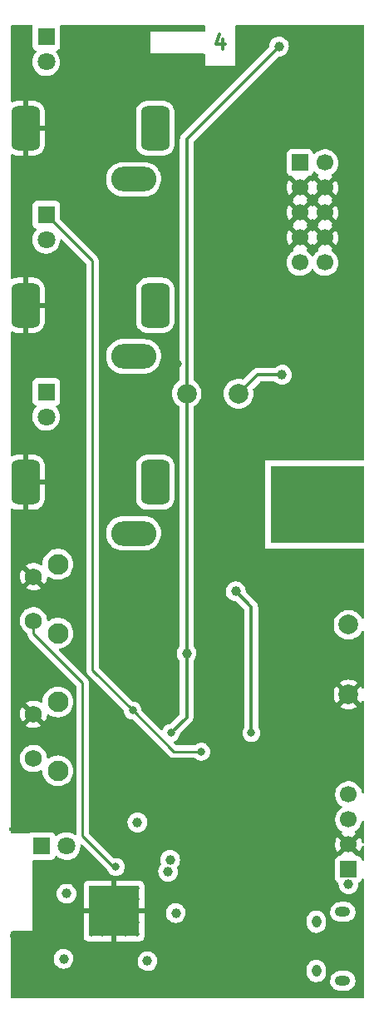
<source format=gbr>
%TF.GenerationSoftware,KiCad,Pcbnew,(6.0.1)*%
%TF.CreationDate,2022-03-12T16:38:44+00:00*%
%TF.ProjectId,Ball_Base_Components,42616c6c-5f42-4617-9365-5f436f6d706f,rev?*%
%TF.SameCoordinates,Original*%
%TF.FileFunction,Copper,L4,Bot*%
%TF.FilePolarity,Positive*%
%FSLAX46Y46*%
G04 Gerber Fmt 4.6, Leading zero omitted, Abs format (unit mm)*
G04 Created by KiCad (PCBNEW (6.0.1)) date 2022-03-12 16:38:44*
%MOMM*%
%LPD*%
G01*
G04 APERTURE LIST*
G04 Aperture macros list*
%AMRoundRect*
0 Rectangle with rounded corners*
0 $1 Rounding radius*
0 $2 $3 $4 $5 $6 $7 $8 $9 X,Y pos of 4 corners*
0 Add a 4 corners polygon primitive as box body*
4,1,4,$2,$3,$4,$5,$6,$7,$8,$9,$2,$3,0*
0 Add four circle primitives for the rounded corners*
1,1,$1+$1,$2,$3*
1,1,$1+$1,$4,$5*
1,1,$1+$1,$6,$7*
1,1,$1+$1,$8,$9*
0 Add four rect primitives between the rounded corners*
20,1,$1+$1,$2,$3,$4,$5,0*
20,1,$1+$1,$4,$5,$6,$7,0*
20,1,$1+$1,$6,$7,$8,$9,0*
20,1,$1+$1,$8,$9,$2,$3,0*%
G04 Aperture macros list end*
%ADD10C,0.300000*%
%TA.AperFunction,NonConductor*%
%ADD11C,0.300000*%
%TD*%
%TA.AperFunction,ComponentPad*%
%ADD12R,1.800000X1.800000*%
%TD*%
%TA.AperFunction,ComponentPad*%
%ADD13C,1.800000*%
%TD*%
%TA.AperFunction,ComponentPad*%
%ADD14C,2.000000*%
%TD*%
%TA.AperFunction,ComponentPad*%
%ADD15R,1.700000X1.700000*%
%TD*%
%TA.AperFunction,ComponentPad*%
%ADD16C,1.700000*%
%TD*%
%TA.AperFunction,ComponentPad*%
%ADD17O,0.950000X1.250000*%
%TD*%
%TA.AperFunction,ComponentPad*%
%ADD18O,1.550000X1.000000*%
%TD*%
%TA.AperFunction,ComponentPad*%
%ADD19RoundRect,0.725000X-0.725000X1.575000X-0.725000X-1.575000X0.725000X-1.575000X0.725000X1.575000X0*%
%TD*%
%TA.AperFunction,ComponentPad*%
%ADD20O,4.600000X2.500000*%
%TD*%
%TA.AperFunction,ComponentPad*%
%ADD21C,0.500000*%
%TD*%
%TA.AperFunction,SMDPad,CuDef*%
%ADD22R,5.150000X5.150000*%
%TD*%
%TA.AperFunction,ComponentPad*%
%ADD23C,2.100000*%
%TD*%
%TA.AperFunction,ComponentPad*%
%ADD24C,1.750000*%
%TD*%
%TA.AperFunction,ViaPad*%
%ADD25C,0.800000*%
%TD*%
%TA.AperFunction,ViaPad*%
%ADD26C,1.000000*%
%TD*%
%TA.AperFunction,ViaPad*%
%ADD27C,0.400000*%
%TD*%
%TA.AperFunction,Conductor*%
%ADD28C,0.250000*%
%TD*%
%TA.AperFunction,Conductor*%
%ADD29C,0.350000*%
%TD*%
G04 APERTURE END LIST*
D10*
%TO.C,FID1*%
D11*
X147685714Y-57978571D02*
X147685714Y-58978571D01*
X147328571Y-57407142D02*
X146971428Y-58478571D01*
X147900000Y-58478571D01*
%TD*%
D12*
%TO.P,D5,1,K*%
%TO.N,Net-(D5-Pad1)*%
X129700000Y-75800000D03*
D13*
%TO.P,D5,2,A*%
%TO.N,Net-(D5-Pad2)*%
X129700000Y-78340000D03*
%TD*%
D12*
%TO.P,D3,1,K*%
%TO.N,Net-(D3-Pad1)*%
X129223750Y-140000000D03*
D13*
%TO.P,D3,2,A*%
%TO.N,/LED_BLUE_OUT*%
X131763750Y-140000000D03*
%TD*%
D14*
%TO.P,TP3,1,1*%
%TO.N,VCC*%
X149300000Y-94000000D03*
%TD*%
D12*
%TO.P,D4,1,K*%
%TO.N,Net-(D4-Pad1)*%
X129700000Y-57725000D03*
D13*
%TO.P,D4,2,A*%
%TO.N,Net-(D4-Pad2)*%
X129700000Y-60265000D03*
%TD*%
D12*
%TO.P,D6,1,K*%
%TO.N,Net-(D6-Pad1)*%
X129700000Y-93800000D03*
D13*
%TO.P,D6,2,A*%
%TO.N,Net-(D6-Pad2)*%
X129700000Y-96340000D03*
%TD*%
D14*
%TO.P,TP2,1,1*%
%TO.N,+3V3*%
X160500000Y-117500000D03*
%TD*%
D15*
%TO.P,J2,1,Pin_1*%
%TO.N,+3V3*%
X160500000Y-142380000D03*
D16*
%TO.P,J2,2,Pin_2*%
%TO.N,GND*%
X160500000Y-139840000D03*
%TO.P,J2,3,Pin_3*%
%TO.N,/SWIO*%
X160500000Y-137300000D03*
%TO.P,J2,4,Pin_4*%
%TO.N,/SWCLK*%
X160500000Y-134760000D03*
%TD*%
D17*
%TO.P,J3,*%
%TO.N,*%
X157215000Y-152700000D03*
X157215000Y-147700000D03*
D18*
X159915000Y-146700000D03*
%TO.P,J3,6,Shield*%
%TO.N,unconnected-(J3-Pad6)*%
X159915000Y-153700000D03*
%TD*%
D19*
%TO.P,J5,1*%
%TO.N,GND*%
X127600000Y-85000000D03*
D20*
%TO.P,J5,2*%
%TO.N,unconnected-(J5-Pad2)*%
X138600000Y-90200000D03*
D19*
%TO.P,J5,3*%
%TO.N,/Y_Filtered*%
X140800000Y-85000000D03*
%TD*%
D14*
%TO.P,TP1,1,1*%
%TO.N,GND*%
X160500000Y-124600000D03*
%TD*%
D19*
%TO.P,J6,1*%
%TO.N,GND*%
X127600000Y-103000000D03*
D20*
%TO.P,J6,2*%
%TO.N,unconnected-(J6-Pad2)*%
X138600000Y-108200000D03*
D19*
%TO.P,J6,3*%
%TO.N,/Z_Filtered*%
X140800000Y-103000000D03*
%TD*%
D21*
%TO.P,U1,49,GND*%
%TO.N,GND*%
X138925000Y-145437500D03*
X134275000Y-145437500D03*
X134275000Y-147762500D03*
X135437500Y-145437500D03*
X138925000Y-144275000D03*
X135437500Y-147762500D03*
X136600000Y-147762500D03*
X135437500Y-146600000D03*
X137762500Y-146600000D03*
D22*
X136600000Y-146600000D03*
D21*
X138925000Y-146600000D03*
X137762500Y-147762500D03*
X136600000Y-145437500D03*
X135437500Y-144275000D03*
X136600000Y-148925000D03*
X134275000Y-148925000D03*
X137762500Y-148925000D03*
X134275000Y-146600000D03*
X136600000Y-146600000D03*
X138925000Y-147762500D03*
X136600000Y-144275000D03*
X135437500Y-148925000D03*
X137762500Y-145437500D03*
X137762500Y-144275000D03*
X138925000Y-148925000D03*
X134275000Y-144275000D03*
%TD*%
D23*
%TO.P,CONNECT1,*%
%TO.N,*%
X130890000Y-125340000D03*
X130890000Y-132350000D03*
D24*
%TO.P,CONNECT1,1,1*%
%TO.N,/CONNECT*%
X128400000Y-131100000D03*
%TO.P,CONNECT1,2,2*%
%TO.N,GND*%
X128400000Y-126600000D03*
%TD*%
D15*
%TO.P,J1,1,Pin_1*%
%TO.N,-12V*%
X155562500Y-70500000D03*
D16*
%TO.P,J1,2,Pin_2*%
X158102500Y-70500000D03*
%TO.P,J1,3,Pin_3*%
%TO.N,GND*%
X155562500Y-73040000D03*
%TO.P,J1,4,Pin_4*%
X158102500Y-73040000D03*
%TO.P,J1,5,Pin_5*%
X155562500Y-75580000D03*
%TO.P,J1,6,Pin_6*%
X158102500Y-75580000D03*
%TO.P,J1,7,Pin_7*%
X155562500Y-78120000D03*
%TO.P,J1,8,Pin_8*%
X158102500Y-78120000D03*
%TO.P,J1,9,Pin_9*%
%TO.N,+12V*%
X155562500Y-80660000D03*
%TO.P,J1,10,Pin_10*%
X158102500Y-80660000D03*
%TD*%
D23*
%TO.P,RESET1,*%
%TO.N,*%
X130890000Y-118350000D03*
X130890000Y-111340000D03*
D24*
%TO.P,RESET1,1,1*%
%TO.N,/RESET*%
X128400000Y-117100000D03*
%TO.P,RESET1,2,2*%
%TO.N,GND*%
X128400000Y-112600000D03*
%TD*%
D14*
%TO.P,TP4,1,1*%
%TO.N,VEE*%
X144000000Y-94000000D03*
%TD*%
D19*
%TO.P,J4,1*%
%TO.N,GND*%
X127600000Y-67000000D03*
D20*
%TO.P,J4,2*%
%TO.N,unconnected-(J4-Pad2)*%
X138600000Y-72200000D03*
D19*
%TO.P,J4,3*%
%TO.N,/X_Filtered*%
X140800000Y-67000000D03*
%TD*%
D25*
%TO.N,GND*%
X149400000Y-146300000D03*
X155100000Y-145600000D03*
X136000000Y-135200000D03*
X153000000Y-88900000D03*
D26*
X143700000Y-142600000D03*
X154700000Y-121200000D03*
D25*
X134700000Y-131100000D03*
D27*
X127200000Y-149100000D03*
D25*
X159600000Y-95000000D03*
D27*
X132319174Y-148410500D03*
X128800000Y-145100000D03*
D25*
X129800000Y-136000000D03*
X139900000Y-153200000D03*
X146200000Y-83600000D03*
D27*
X128800000Y-145900000D03*
D25*
X149400000Y-79200000D03*
X146700000Y-136800000D03*
D26*
X155850000Y-112750000D03*
D25*
X136800000Y-138900000D03*
X156300000Y-136200000D03*
D27*
X128800000Y-138300000D03*
D26*
X158800000Y-112800000D03*
D25*
X136100000Y-153200000D03*
D26*
X154500000Y-131900000D03*
D25*
X136500000Y-98600000D03*
D27*
X130300000Y-147180000D03*
D25*
X161100000Y-110800000D03*
D26*
X132300000Y-138000000D03*
X154500000Y-128000000D03*
D27*
X128800000Y-143500000D03*
D25*
X151000000Y-148900000D03*
X132300000Y-134300000D03*
D27*
X130280000Y-148480000D03*
D25*
X141500000Y-74000000D03*
X149400000Y-91000000D03*
D26*
X142800000Y-139800000D03*
D25*
X138600000Y-117100000D03*
X155100000Y-152200000D03*
X143100000Y-91000000D03*
D26*
X144900000Y-143800000D03*
D25*
X133400000Y-75800000D03*
D27*
X126100000Y-138300000D03*
X131240000Y-147200000D03*
X126200000Y-149100000D03*
D25*
X137700000Y-153200000D03*
D26*
X144700000Y-147800000D03*
D27*
X128800000Y-142700000D03*
X127900000Y-138300000D03*
D25*
X153200000Y-110700000D03*
X157500000Y-88900000D03*
X133300000Y-57600000D03*
X139600000Y-113400000D03*
X161600000Y-97100000D03*
D27*
X127000000Y-138300000D03*
X131270000Y-148460000D03*
D25*
X157300000Y-62300000D03*
X155200000Y-86300000D03*
D27*
X128200000Y-149100000D03*
D26*
X137470517Y-151105441D03*
D25*
X140400000Y-138900000D03*
X135500000Y-120200000D03*
D27*
X129230000Y-148530000D03*
D25*
X155200000Y-64600000D03*
X127000000Y-154600000D03*
X146200000Y-68900000D03*
X139000000Y-81200000D03*
D26*
X138500000Y-124600000D03*
D25*
X128000000Y-107800000D03*
D26*
X155900000Y-148900000D03*
D25*
X126900000Y-132700000D03*
X129900000Y-151700000D03*
X153724500Y-82643152D03*
X150200000Y-57800000D03*
D27*
X129250000Y-147160000D03*
D25*
X153200000Y-62300000D03*
X155100000Y-154600000D03*
X137000000Y-110800000D03*
D27*
X128800000Y-141900000D03*
D25*
X128600000Y-150400000D03*
D27*
X128800000Y-144300000D03*
D26*
%TO.N,+3V3*%
X153800000Y-105400000D03*
X140018750Y-151700000D03*
X142118750Y-142600000D03*
X131760000Y-144840000D03*
X157300000Y-105400000D03*
X160800000Y-103300000D03*
X142318750Y-141400000D03*
X160500000Y-143870000D03*
X153800000Y-107400000D03*
X139000000Y-137600000D03*
X131470000Y-151460000D03*
X160800000Y-107400000D03*
X153800000Y-103300000D03*
X142900000Y-146800000D03*
X160800000Y-105400000D03*
D25*
%TO.N,/RESET*%
X136795663Y-142118089D03*
D26*
%TO.N,VCC*%
X153724500Y-92077373D03*
X149000000Y-114100000D03*
D25*
X150600000Y-128500000D03*
%TO.N,VEE*%
X142400000Y-128500000D03*
D26*
X153400000Y-58700000D03*
X144000000Y-120400000D03*
D25*
%TO.N,Net-(D5-Pad1)*%
X145500000Y-130400000D03*
X138500000Y-126200000D03*
%TD*%
D28*
%TO.N,/RESET*%
X128412500Y-118412500D02*
X128412500Y-117175000D01*
X133400000Y-138981250D02*
X133400000Y-123400000D01*
X133400000Y-123400000D02*
X128412500Y-118412500D01*
X136536839Y-142118089D02*
X133400000Y-138981250D01*
X136795663Y-142118089D02*
X136536839Y-142118089D01*
D29*
%TO.N,VCC*%
X150600000Y-128500000D02*
X150600000Y-115700000D01*
X149300000Y-94000000D02*
X151222627Y-92077373D01*
X150600000Y-115700000D02*
X149000000Y-114100000D01*
X151222627Y-92077373D02*
X153724500Y-92077373D01*
%TO.N,VEE*%
X153400000Y-58700000D02*
X144000000Y-68100000D01*
X144000000Y-126900000D02*
X142400000Y-128500000D01*
X144000000Y-68100000D02*
X144000000Y-126900000D01*
D28*
%TO.N,Net-(D5-Pad1)*%
X129700000Y-75800000D02*
X134400000Y-80500000D01*
X145500000Y-130400000D02*
X142700000Y-130400000D01*
X134400000Y-80500000D02*
X134400000Y-122100000D01*
X134400000Y-122100000D02*
X138500000Y-126200000D01*
X142700000Y-130400000D02*
X138500000Y-126200000D01*
%TD*%
%TA.AperFunction,Conductor*%
%TO.N,+3V3*%
G36*
X162034121Y-101370002D02*
G01*
X162080614Y-101423658D01*
X162092000Y-101476000D01*
X162092000Y-109074000D01*
X162071998Y-109142121D01*
X162018342Y-109188614D01*
X161966000Y-109200000D01*
X152726000Y-109200000D01*
X152657879Y-109179998D01*
X152611386Y-109126342D01*
X152600000Y-109074000D01*
X152600000Y-101476000D01*
X152620002Y-101407879D01*
X152673658Y-101361386D01*
X152726000Y-101350000D01*
X161966000Y-101350000D01*
X162034121Y-101370002D01*
G37*
%TD.AperFunction*%
%TD*%
%TA.AperFunction,Conductor*%
%TO.N,GND*%
G36*
X128262060Y-56528002D02*
G01*
X128308553Y-56581658D01*
X128318657Y-56651932D01*
X128311921Y-56678229D01*
X128301029Y-56707282D01*
X128301027Y-56707288D01*
X128298255Y-56714684D01*
X128291500Y-56776866D01*
X128291500Y-58673134D01*
X128298255Y-58735316D01*
X128349385Y-58871705D01*
X128436739Y-58988261D01*
X128553295Y-59075615D01*
X128561704Y-59078767D01*
X128561705Y-59078768D01*
X128621164Y-59101058D01*
X128677929Y-59143699D01*
X128702629Y-59210261D01*
X128687422Y-59279609D01*
X128668029Y-59306091D01*
X128601639Y-59375564D01*
X128598725Y-59379836D01*
X128598724Y-59379837D01*
X128584970Y-59400000D01*
X128471119Y-59566899D01*
X128373602Y-59776981D01*
X128311707Y-60000169D01*
X128287095Y-60230469D01*
X128287392Y-60235622D01*
X128287392Y-60235625D01*
X128293067Y-60334041D01*
X128300427Y-60461697D01*
X128301564Y-60466743D01*
X128301565Y-60466749D01*
X128331006Y-60597385D01*
X128351346Y-60687642D01*
X128353288Y-60692424D01*
X128353289Y-60692428D01*
X128436540Y-60897450D01*
X128438484Y-60902237D01*
X128559501Y-61099719D01*
X128711147Y-61274784D01*
X128889349Y-61422730D01*
X129089322Y-61539584D01*
X129305694Y-61622209D01*
X129310760Y-61623240D01*
X129310761Y-61623240D01*
X129363846Y-61634040D01*
X129532656Y-61668385D01*
X129663324Y-61673176D01*
X129758949Y-61676683D01*
X129758953Y-61676683D01*
X129764113Y-61676872D01*
X129769233Y-61676216D01*
X129769235Y-61676216D01*
X129842270Y-61666860D01*
X129993847Y-61647442D01*
X129998795Y-61645957D01*
X129998802Y-61645956D01*
X130210747Y-61582369D01*
X130215690Y-61580886D01*
X130296236Y-61541427D01*
X130419049Y-61481262D01*
X130419052Y-61481260D01*
X130423684Y-61478991D01*
X130612243Y-61344494D01*
X130776303Y-61181005D01*
X130911458Y-60992917D01*
X130958641Y-60897450D01*
X131011784Y-60789922D01*
X131011785Y-60789920D01*
X131014078Y-60785280D01*
X131081408Y-60563671D01*
X131111640Y-60334041D01*
X131113327Y-60265000D01*
X131107032Y-60188434D01*
X131094773Y-60039318D01*
X131094772Y-60039312D01*
X131094349Y-60034167D01*
X131037925Y-59809533D01*
X131035866Y-59804797D01*
X130947630Y-59601868D01*
X130947628Y-59601865D01*
X130945570Y-59597131D01*
X130819764Y-59402665D01*
X130729848Y-59303848D01*
X130698796Y-59240002D01*
X130707192Y-59169504D01*
X130752369Y-59114736D01*
X130778812Y-59101067D01*
X130838297Y-59078767D01*
X130846705Y-59075615D01*
X130963261Y-58988261D01*
X131050615Y-58871705D01*
X131101745Y-58735316D01*
X131108500Y-58673134D01*
X131108500Y-56776866D01*
X131101745Y-56714684D01*
X131098973Y-56707288D01*
X131098971Y-56707282D01*
X131088079Y-56678229D01*
X131082896Y-56607422D01*
X131116817Y-56545053D01*
X131179072Y-56510924D01*
X131206061Y-56508000D01*
X145751715Y-56508000D01*
X145819836Y-56528002D01*
X145866329Y-56581658D01*
X145877715Y-56634000D01*
X145877715Y-57074000D01*
X145857713Y-57142121D01*
X145804057Y-57188614D01*
X145751715Y-57200000D01*
X140300000Y-57200000D01*
X140300000Y-59400000D01*
X145751715Y-59400000D01*
X145819836Y-59420002D01*
X145866329Y-59473658D01*
X145877715Y-59526000D01*
X145877715Y-60615500D01*
X148922286Y-60615500D01*
X148922286Y-56634000D01*
X148942288Y-56565879D01*
X148995944Y-56519386D01*
X149048286Y-56508000D01*
X161966000Y-56508000D01*
X162034121Y-56528002D01*
X162080614Y-56581658D01*
X162092000Y-56634000D01*
X162092000Y-100674000D01*
X162071998Y-100742121D01*
X162018342Y-100788614D01*
X161966000Y-100800000D01*
X152000000Y-100800000D01*
X152000000Y-109750000D01*
X161966000Y-109750000D01*
X162034121Y-109770002D01*
X162080614Y-109823658D01*
X162092000Y-109876000D01*
X162092000Y-116768081D01*
X162071998Y-116836202D01*
X162018342Y-116882695D01*
X161948068Y-116892799D01*
X161883488Y-116863305D01*
X161853359Y-116821522D01*
X161852381Y-116822020D01*
X161850135Y-116817611D01*
X161848240Y-116813037D01*
X161820691Y-116768081D01*
X161726759Y-116614798D01*
X161726755Y-116614792D01*
X161724176Y-116610584D01*
X161569969Y-116430031D01*
X161389416Y-116275824D01*
X161385208Y-116273245D01*
X161385202Y-116273241D01*
X161191183Y-116154346D01*
X161186963Y-116151760D01*
X161182393Y-116149867D01*
X161182389Y-116149865D01*
X160972167Y-116062789D01*
X160972165Y-116062788D01*
X160967594Y-116060895D01*
X160861004Y-116035305D01*
X160741524Y-116006620D01*
X160741518Y-116006619D01*
X160736711Y-116005465D01*
X160500000Y-115986835D01*
X160263289Y-116005465D01*
X160258482Y-116006619D01*
X160258476Y-116006620D01*
X160138996Y-116035305D01*
X160032406Y-116060895D01*
X160027835Y-116062788D01*
X160027833Y-116062789D01*
X159817611Y-116149865D01*
X159817607Y-116149867D01*
X159813037Y-116151760D01*
X159808817Y-116154346D01*
X159614798Y-116273241D01*
X159614792Y-116273245D01*
X159610584Y-116275824D01*
X159430031Y-116430031D01*
X159275824Y-116610584D01*
X159273245Y-116614792D01*
X159273241Y-116614798D01*
X159179309Y-116768081D01*
X159151760Y-116813037D01*
X159149867Y-116817607D01*
X159149865Y-116817611D01*
X159062789Y-117027833D01*
X159060895Y-117032406D01*
X159044667Y-117100000D01*
X159009960Y-117244567D01*
X159005465Y-117263289D01*
X158986835Y-117500000D01*
X159005465Y-117736711D01*
X159060895Y-117967594D01*
X159062788Y-117972165D01*
X159062789Y-117972167D01*
X159148312Y-118178638D01*
X159151760Y-118186963D01*
X159154346Y-118191183D01*
X159273241Y-118385202D01*
X159273245Y-118385208D01*
X159275824Y-118389416D01*
X159430031Y-118569969D01*
X159433787Y-118573177D01*
X159453043Y-118589623D01*
X159610584Y-118724176D01*
X159614792Y-118726755D01*
X159614798Y-118726759D01*
X159775434Y-118825197D01*
X159813037Y-118848240D01*
X159817607Y-118850133D01*
X159817611Y-118850135D01*
X160027833Y-118937211D01*
X160032406Y-118939105D01*
X160112609Y-118958360D01*
X160258476Y-118993380D01*
X160258482Y-118993381D01*
X160263289Y-118994535D01*
X160500000Y-119013165D01*
X160736711Y-118994535D01*
X160741518Y-118993381D01*
X160741524Y-118993380D01*
X160887391Y-118958360D01*
X160967594Y-118939105D01*
X160972167Y-118937211D01*
X161182389Y-118850135D01*
X161182393Y-118850133D01*
X161186963Y-118848240D01*
X161224566Y-118825197D01*
X161385202Y-118726759D01*
X161385208Y-118726755D01*
X161389416Y-118724176D01*
X161546957Y-118589623D01*
X161566213Y-118573177D01*
X161569969Y-118569969D01*
X161724176Y-118389416D01*
X161726755Y-118385208D01*
X161726759Y-118385202D01*
X161845654Y-118191183D01*
X161848240Y-118186963D01*
X161850135Y-118182389D01*
X161852381Y-118177980D01*
X161853673Y-118178638D01*
X161894135Y-118128423D01*
X161961497Y-118105999D01*
X162030289Y-118123554D01*
X162078670Y-118175514D01*
X162092000Y-118231919D01*
X162092000Y-123869388D01*
X162071998Y-123937509D01*
X162018342Y-123984002D01*
X161948068Y-123994106D01*
X161883488Y-123964612D01*
X161852672Y-123921878D01*
X161851937Y-123922253D01*
X161845205Y-123909042D01*
X161742568Y-123741555D01*
X161732110Y-123732093D01*
X161723334Y-123735876D01*
X160872022Y-124587188D01*
X160864408Y-124601132D01*
X160864539Y-124602965D01*
X160868790Y-124609580D01*
X161720290Y-125461080D01*
X161732670Y-125467840D01*
X161740320Y-125462113D01*
X161845205Y-125290958D01*
X161851937Y-125277747D01*
X161852929Y-125278252D01*
X161894137Y-125227114D01*
X161961500Y-125204692D01*
X162030292Y-125222249D01*
X162078671Y-125274210D01*
X162092000Y-125330612D01*
X162092000Y-134502461D01*
X162071998Y-134570582D01*
X162018342Y-134617075D01*
X161948068Y-134627179D01*
X161883488Y-134597685D01*
X161843796Y-134533156D01*
X161791692Y-134325723D01*
X161790431Y-134320702D01*
X161701354Y-134115840D01*
X161580014Y-133928277D01*
X161429670Y-133763051D01*
X161425619Y-133759852D01*
X161425615Y-133759848D01*
X161258414Y-133627800D01*
X161258410Y-133627798D01*
X161254359Y-133624598D01*
X161230696Y-133611535D01*
X161202136Y-133595769D01*
X161058789Y-133516638D01*
X161053920Y-133514914D01*
X161053916Y-133514912D01*
X160853087Y-133443795D01*
X160853083Y-133443794D01*
X160848212Y-133442069D01*
X160843119Y-133441162D01*
X160843116Y-133441161D01*
X160633373Y-133403800D01*
X160633367Y-133403799D01*
X160628284Y-133402894D01*
X160554452Y-133401992D01*
X160410081Y-133400228D01*
X160410079Y-133400228D01*
X160404911Y-133400165D01*
X160184091Y-133433955D01*
X159971756Y-133503357D01*
X159773607Y-133606507D01*
X159769474Y-133609610D01*
X159769471Y-133609612D01*
X159745247Y-133627800D01*
X159594965Y-133740635D01*
X159440629Y-133902138D01*
X159437715Y-133906410D01*
X159437714Y-133906411D01*
X159433002Y-133913319D01*
X159314743Y-134086680D01*
X159220688Y-134289305D01*
X159160989Y-134504570D01*
X159137251Y-134726695D01*
X159150110Y-134949715D01*
X159151247Y-134954761D01*
X159151248Y-134954767D01*
X159157369Y-134981927D01*
X159199222Y-135167639D01*
X159283266Y-135374616D01*
X159399987Y-135565088D01*
X159546250Y-135733938D01*
X159718126Y-135876632D01*
X159788595Y-135917811D01*
X159791445Y-135919476D01*
X159840169Y-135971114D01*
X159853240Y-136040897D01*
X159826509Y-136106669D01*
X159786055Y-136140027D01*
X159773607Y-136146507D01*
X159769474Y-136149610D01*
X159769471Y-136149612D01*
X159745247Y-136167800D01*
X159594965Y-136280635D01*
X159440629Y-136442138D01*
X159314743Y-136626680D01*
X159299894Y-136658670D01*
X159252919Y-136759870D01*
X159220688Y-136829305D01*
X159160989Y-137044570D01*
X159137251Y-137266695D01*
X159137548Y-137271848D01*
X159137548Y-137271851D01*
X159144673Y-137395425D01*
X159150110Y-137489715D01*
X159151247Y-137494761D01*
X159151248Y-137494767D01*
X159157369Y-137521927D01*
X159199222Y-137707639D01*
X159283266Y-137914616D01*
X159399987Y-138105088D01*
X159546250Y-138273938D01*
X159718126Y-138416632D01*
X159757392Y-138439577D01*
X159791955Y-138459774D01*
X159840679Y-138511412D01*
X159853750Y-138581195D01*
X159827019Y-138646967D01*
X159786562Y-138680327D01*
X159778460Y-138684544D01*
X159769734Y-138690039D01*
X159749677Y-138705099D01*
X159741223Y-138716427D01*
X159747968Y-138728758D01*
X160487188Y-139467978D01*
X160501132Y-139475592D01*
X160502965Y-139475461D01*
X160509580Y-139471210D01*
X161253389Y-138727401D01*
X161260410Y-138714544D01*
X161253611Y-138705213D01*
X161249559Y-138702521D01*
X161212602Y-138682120D01*
X161162631Y-138631687D01*
X161147859Y-138562245D01*
X161172975Y-138495839D01*
X161200327Y-138469232D01*
X161257932Y-138428143D01*
X161379860Y-138341173D01*
X161393422Y-138327659D01*
X161534435Y-138187137D01*
X161538096Y-138183489D01*
X161566848Y-138143477D01*
X161665435Y-138006277D01*
X161668453Y-138002077D01*
X161685729Y-137967123D01*
X161765136Y-137806453D01*
X161765137Y-137806451D01*
X161767430Y-137801811D01*
X161832370Y-137588069D01*
X161841078Y-137521927D01*
X161869801Y-137457000D01*
X161929066Y-137417909D01*
X162000058Y-137417064D01*
X162060236Y-137454735D01*
X162090495Y-137518960D01*
X162092000Y-137538374D01*
X162092000Y-139584514D01*
X162071998Y-139652635D01*
X162018342Y-139699128D01*
X161948068Y-139709232D01*
X161883488Y-139679738D01*
X161843796Y-139615210D01*
X161791214Y-139405875D01*
X161787894Y-139396124D01*
X161702972Y-139200814D01*
X161698105Y-139191739D01*
X161633063Y-139091197D01*
X161622377Y-139081995D01*
X161612812Y-139086398D01*
X160872022Y-139827188D01*
X160864408Y-139841132D01*
X160864539Y-139842965D01*
X160868790Y-139849580D01*
X161610474Y-140591264D01*
X161622484Y-140597823D01*
X161634223Y-140588855D01*
X161665004Y-140546019D01*
X161670315Y-140537180D01*
X161764670Y-140346267D01*
X161768469Y-140336672D01*
X161830376Y-140132915D01*
X161832555Y-140122834D01*
X161841078Y-140058096D01*
X161869800Y-139993169D01*
X161929065Y-139954077D01*
X162000057Y-139953232D01*
X162060236Y-139990902D01*
X162090495Y-140055127D01*
X162092000Y-140074542D01*
X162092000Y-141365512D01*
X162071998Y-141433633D01*
X162018342Y-141480126D01*
X161948068Y-141490230D01*
X161883488Y-141460736D01*
X161848018Y-141409742D01*
X161803767Y-141291703D01*
X161800615Y-141283295D01*
X161713261Y-141166739D01*
X161596705Y-141079385D01*
X161460316Y-141028255D01*
X161398134Y-141021500D01*
X161364452Y-141021500D01*
X161296331Y-141001498D01*
X161253177Y-140954610D01*
X161250658Y-140949868D01*
X160512812Y-140212022D01*
X160498868Y-140204408D01*
X160497035Y-140204539D01*
X160490420Y-140208790D01*
X159746737Y-140952473D01*
X159744874Y-140955885D01*
X159694672Y-141006087D01*
X159634286Y-141021500D01*
X159601866Y-141021500D01*
X159539684Y-141028255D01*
X159403295Y-141079385D01*
X159286739Y-141166739D01*
X159199385Y-141283295D01*
X159148255Y-141419684D01*
X159141500Y-141481866D01*
X159141500Y-143278134D01*
X159148255Y-143340316D01*
X159199385Y-143476705D01*
X159286739Y-143593261D01*
X159403295Y-143680615D01*
X159411704Y-143683767D01*
X159419575Y-143688077D01*
X159418746Y-143689591D01*
X159467049Y-143725875D01*
X159491751Y-143792436D01*
X159491272Y-143815258D01*
X159486719Y-143855851D01*
X159490461Y-143900410D01*
X159497172Y-143980331D01*
X159503268Y-144052934D01*
X159504967Y-144058858D01*
X159555429Y-144234840D01*
X159557783Y-144243050D01*
X159648187Y-144418956D01*
X159771035Y-144573953D01*
X159775728Y-144577947D01*
X159775729Y-144577948D01*
X159843265Y-144635425D01*
X159921650Y-144702136D01*
X160094294Y-144798624D01*
X160282392Y-144859740D01*
X160478777Y-144883158D01*
X160484912Y-144882686D01*
X160484914Y-144882686D01*
X160669830Y-144868457D01*
X160669834Y-144868456D01*
X160675972Y-144867984D01*
X160866463Y-144814798D01*
X160871967Y-144812018D01*
X160871969Y-144812017D01*
X161037495Y-144728404D01*
X161037497Y-144728403D01*
X161042996Y-144725625D01*
X161198847Y-144603861D01*
X161292489Y-144495376D01*
X161324049Y-144458813D01*
X161324050Y-144458811D01*
X161328078Y-144454145D01*
X161425769Y-144282179D01*
X161488197Y-144094513D01*
X161512985Y-143898295D01*
X161513380Y-143870000D01*
X161507866Y-143813767D01*
X161521125Y-143744021D01*
X161569987Y-143692514D01*
X161587322Y-143684301D01*
X161588299Y-143683766D01*
X161596705Y-143680615D01*
X161603884Y-143675235D01*
X161603887Y-143675233D01*
X161706081Y-143598642D01*
X161713261Y-143593261D01*
X161800615Y-143476705D01*
X161848018Y-143350258D01*
X161890660Y-143293494D01*
X161957221Y-143268794D01*
X162026570Y-143284001D01*
X162076688Y-143334287D01*
X162092000Y-143394488D01*
X162092000Y-155366000D01*
X162071998Y-155434121D01*
X162018342Y-155480614D01*
X161966000Y-155492000D01*
X126234000Y-155492000D01*
X126165879Y-155471998D01*
X126119386Y-155418342D01*
X126108000Y-155366000D01*
X126108000Y-152899934D01*
X156231500Y-152899934D01*
X156231823Y-152903113D01*
X156241236Y-152995781D01*
X156246619Y-153048780D01*
X156306369Y-153239440D01*
X156403235Y-153414191D01*
X156533261Y-153565896D01*
X156538298Y-153569803D01*
X156538300Y-153569805D01*
X156686093Y-153684445D01*
X156686096Y-153684447D01*
X156691137Y-153688357D01*
X156696863Y-153691175D01*
X156696867Y-153691177D01*
X156864682Y-153773752D01*
X156870411Y-153776571D01*
X156959906Y-153799883D01*
X157057580Y-153825325D01*
X157057583Y-153825325D01*
X157063762Y-153826935D01*
X157157256Y-153831835D01*
X157256911Y-153837058D01*
X157256915Y-153837058D01*
X157263292Y-153837392D01*
X157460848Y-153807514D01*
X157648361Y-153738523D01*
X157721903Y-153692925D01*
X158626645Y-153692925D01*
X158644570Y-153889888D01*
X158700410Y-154079619D01*
X158703263Y-154085077D01*
X158703265Y-154085081D01*
X158750720Y-154175853D01*
X158792040Y-154254890D01*
X158915968Y-154409025D01*
X158920692Y-154412989D01*
X158927933Y-154419065D01*
X159067474Y-154536154D01*
X159072872Y-154539121D01*
X159072877Y-154539125D01*
X159216180Y-154617905D01*
X159240787Y-154631433D01*
X159246654Y-154633294D01*
X159246656Y-154633295D01*
X159423436Y-154689373D01*
X159429306Y-154691235D01*
X159583227Y-154708500D01*
X160239769Y-154708500D01*
X160242825Y-154708200D01*
X160242832Y-154708200D01*
X160301340Y-154702463D01*
X160386833Y-154694080D01*
X160392734Y-154692298D01*
X160392736Y-154692298D01*
X160466053Y-154670162D01*
X160576169Y-154636916D01*
X160750796Y-154544066D01*
X160837062Y-154473709D01*
X160899287Y-154422960D01*
X160899290Y-154422957D01*
X160904062Y-154419065D01*
X160916344Y-154404219D01*
X161026201Y-154271425D01*
X161026203Y-154271421D01*
X161030130Y-154266675D01*
X161124198Y-154092701D01*
X161182682Y-153903768D01*
X161189658Y-153837392D01*
X161202711Y-153713204D01*
X161202711Y-153713202D01*
X161203355Y-153707075D01*
X161195847Y-153624576D01*
X161185989Y-153516251D01*
X161185988Y-153516248D01*
X161185430Y-153510112D01*
X161158627Y-153419040D01*
X161131330Y-153326294D01*
X161129590Y-153320381D01*
X161119919Y-153301881D01*
X161040813Y-153150568D01*
X161037960Y-153145110D01*
X160914032Y-152990975D01*
X160907727Y-152985684D01*
X160861352Y-152946771D01*
X160762526Y-152863846D01*
X160757128Y-152860879D01*
X160757123Y-152860875D01*
X160594608Y-152771533D01*
X160594609Y-152771533D01*
X160589213Y-152768567D01*
X160583346Y-152766706D01*
X160583344Y-152766705D01*
X160406564Y-152710627D01*
X160406563Y-152710627D01*
X160400694Y-152708765D01*
X160246773Y-152691500D01*
X159590231Y-152691500D01*
X159587175Y-152691800D01*
X159587168Y-152691800D01*
X159541012Y-152696326D01*
X159443167Y-152705920D01*
X159437266Y-152707702D01*
X159437264Y-152707702D01*
X159363947Y-152729838D01*
X159253831Y-152763084D01*
X159079204Y-152855934D01*
X159025255Y-152899934D01*
X158930713Y-152977040D01*
X158930710Y-152977043D01*
X158925938Y-152980935D01*
X158922011Y-152985682D01*
X158922009Y-152985684D01*
X158803799Y-153128575D01*
X158803797Y-153128579D01*
X158799870Y-153133325D01*
X158705802Y-153307299D01*
X158647318Y-153496232D01*
X158646674Y-153502357D01*
X158646674Y-153502358D01*
X158632919Y-153633235D01*
X158626645Y-153692925D01*
X157721903Y-153692925D01*
X157818172Y-153633235D01*
X157963344Y-153495953D01*
X158077946Y-153332284D01*
X158157298Y-153148914D01*
X158198156Y-152953334D01*
X158198500Y-152946771D01*
X158198500Y-152500066D01*
X158191775Y-152433861D01*
X158184026Y-152357566D01*
X158184025Y-152357562D01*
X158183381Y-152351220D01*
X158134067Y-152193861D01*
X158125540Y-152166651D01*
X158125539Y-152166650D01*
X158123631Y-152160560D01*
X158026765Y-151985809D01*
X157929373Y-151872179D01*
X157900891Y-151838948D01*
X157900890Y-151838947D01*
X157896739Y-151834104D01*
X157891700Y-151830195D01*
X157743907Y-151715555D01*
X157743904Y-151715553D01*
X157738863Y-151711643D01*
X157733137Y-151708825D01*
X157733133Y-151708823D01*
X157565318Y-151626248D01*
X157559589Y-151623429D01*
X157440797Y-151592486D01*
X157372420Y-151574675D01*
X157372417Y-151574675D01*
X157366238Y-151573065D01*
X157272744Y-151568165D01*
X157173089Y-151562942D01*
X157173085Y-151562942D01*
X157166708Y-151562608D01*
X156969152Y-151592486D01*
X156963165Y-151594689D01*
X156963164Y-151594689D01*
X156787629Y-151659273D01*
X156781639Y-151661477D01*
X156611828Y-151766765D01*
X156466656Y-151904047D01*
X156352054Y-152067716D01*
X156272702Y-152251086D01*
X156231844Y-152446666D01*
X156231500Y-152453229D01*
X156231500Y-152899934D01*
X126108000Y-152899934D01*
X126108000Y-151445851D01*
X130456719Y-151445851D01*
X130473268Y-151642934D01*
X130490642Y-151703523D01*
X130510033Y-151771147D01*
X130527783Y-151833050D01*
X130618187Y-152008956D01*
X130741035Y-152163953D01*
X130745728Y-152167947D01*
X130745729Y-152167948D01*
X130882261Y-152284145D01*
X130891650Y-152292136D01*
X131064294Y-152388624D01*
X131252392Y-152449740D01*
X131448777Y-152473158D01*
X131454912Y-152472686D01*
X131454914Y-152472686D01*
X131639830Y-152458457D01*
X131639834Y-152458456D01*
X131645972Y-152457984D01*
X131836463Y-152404798D01*
X131841967Y-152402018D01*
X131841969Y-152402017D01*
X132007495Y-152318404D01*
X132007497Y-152318403D01*
X132012996Y-152315625D01*
X132168847Y-152193861D01*
X132298078Y-152044145D01*
X132395769Y-151872179D01*
X132457752Y-151685851D01*
X139005469Y-151685851D01*
X139005985Y-151691995D01*
X139018325Y-151838948D01*
X139022018Y-151882934D01*
X139023717Y-151888858D01*
X139073504Y-152062486D01*
X139076533Y-152073050D01*
X139079352Y-152078535D01*
X139118638Y-152154976D01*
X139166937Y-152248956D01*
X139289785Y-152403953D01*
X139294478Y-152407947D01*
X139294479Y-152407948D01*
X139341348Y-152447836D01*
X139440400Y-152532136D01*
X139613044Y-152628624D01*
X139801142Y-152689740D01*
X139997527Y-152713158D01*
X140003662Y-152712686D01*
X140003664Y-152712686D01*
X140188580Y-152698457D01*
X140188584Y-152698456D01*
X140194722Y-152697984D01*
X140385213Y-152644798D01*
X140390717Y-152642018D01*
X140390719Y-152642017D01*
X140556245Y-152558404D01*
X140556247Y-152558403D01*
X140561746Y-152555625D01*
X140717597Y-152433861D01*
X140837337Y-152295141D01*
X140842799Y-152288813D01*
X140842800Y-152288811D01*
X140846828Y-152284145D01*
X140944519Y-152112179D01*
X141006947Y-151924513D01*
X141031735Y-151728295D01*
X141031938Y-151713753D01*
X141032081Y-151703523D01*
X141032081Y-151703520D01*
X141032130Y-151700000D01*
X141012830Y-151503167D01*
X140955666Y-151313831D01*
X140862816Y-151139204D01*
X140792459Y-151052938D01*
X140741710Y-150990713D01*
X140741707Y-150990710D01*
X140737815Y-150985938D01*
X140731474Y-150980692D01*
X140590175Y-150863799D01*
X140590171Y-150863797D01*
X140585425Y-150859870D01*
X140411451Y-150765802D01*
X140222518Y-150707318D01*
X140216393Y-150706674D01*
X140216392Y-150706674D01*
X140031954Y-150687289D01*
X140031952Y-150687289D01*
X140025825Y-150686645D01*
X139943326Y-150694153D01*
X139835001Y-150704011D01*
X139834998Y-150704012D01*
X139828862Y-150704570D01*
X139822956Y-150706308D01*
X139822952Y-150706309D01*
X139735308Y-150732104D01*
X139639131Y-150760410D01*
X139633673Y-150763263D01*
X139633669Y-150763265D01*
X139542897Y-150810720D01*
X139463860Y-150852040D01*
X139309725Y-150975968D01*
X139182596Y-151127474D01*
X139179629Y-151132872D01*
X139179625Y-151132877D01*
X139176147Y-151139204D01*
X139087317Y-151300787D01*
X139085456Y-151306654D01*
X139085455Y-151306656D01*
X139043243Y-151439726D01*
X139027515Y-151489306D01*
X139005469Y-151685851D01*
X132457752Y-151685851D01*
X132458197Y-151684513D01*
X132482985Y-151488295D01*
X132483380Y-151460000D01*
X132464080Y-151263167D01*
X132406916Y-151073831D01*
X132314066Y-150899204D01*
X132243709Y-150812938D01*
X132192960Y-150750713D01*
X132192957Y-150750710D01*
X132189065Y-150745938D01*
X132182724Y-150740692D01*
X132041425Y-150623799D01*
X132041421Y-150623797D01*
X132036675Y-150619870D01*
X131862701Y-150525802D01*
X131673768Y-150467318D01*
X131667643Y-150466674D01*
X131667642Y-150466674D01*
X131483204Y-150447289D01*
X131483202Y-150447289D01*
X131477075Y-150446645D01*
X131394576Y-150454153D01*
X131286251Y-150464011D01*
X131286248Y-150464012D01*
X131280112Y-150464570D01*
X131274206Y-150466308D01*
X131274202Y-150466309D01*
X131169076Y-150497249D01*
X131090381Y-150520410D01*
X131084923Y-150523263D01*
X131084919Y-150523265D01*
X130994147Y-150570720D01*
X130915110Y-150612040D01*
X130760975Y-150735968D01*
X130633846Y-150887474D01*
X130630879Y-150892872D01*
X130630875Y-150892877D01*
X130585196Y-150975968D01*
X130538567Y-151060787D01*
X130536706Y-151066654D01*
X130536705Y-151066656D01*
X130480627Y-151243436D01*
X130478765Y-151249306D01*
X130456719Y-151445851D01*
X126108000Y-151445851D01*
X126108000Y-148921362D01*
X133512966Y-148921362D01*
X133516400Y-148956388D01*
X133517001Y-148968684D01*
X133517001Y-149219669D01*
X133517371Y-149226490D01*
X133522895Y-149277352D01*
X133526521Y-149292604D01*
X133571676Y-149413054D01*
X133580214Y-149428649D01*
X133656715Y-149530724D01*
X133669276Y-149543285D01*
X133771351Y-149619786D01*
X133786946Y-149628324D01*
X133907394Y-149673478D01*
X133922649Y-149677105D01*
X133973514Y-149682631D01*
X133980328Y-149683000D01*
X134215965Y-149683000D01*
X134232629Y-149684107D01*
X134252044Y-149686697D01*
X134266040Y-149686991D01*
X134304186Y-149683519D01*
X134315606Y-149683000D01*
X135378464Y-149683000D01*
X135395127Y-149684107D01*
X135414543Y-149686697D01*
X135428541Y-149686991D01*
X135466688Y-149683519D01*
X135478107Y-149683000D01*
X136327885Y-149683000D01*
X136343124Y-149678525D01*
X136344329Y-149677135D01*
X136346000Y-149669452D01*
X136346000Y-149664884D01*
X136854000Y-149664884D01*
X136858475Y-149680123D01*
X136859865Y-149681328D01*
X136867548Y-149682999D01*
X137703458Y-149682999D01*
X137720123Y-149684106D01*
X137739545Y-149686698D01*
X137753540Y-149686991D01*
X137791694Y-149683518D01*
X137803115Y-149682999D01*
X138865958Y-149682999D01*
X138882623Y-149684106D01*
X138902045Y-149686698D01*
X138916040Y-149686991D01*
X138954195Y-149683518D01*
X138965615Y-149682999D01*
X139219669Y-149682999D01*
X139226490Y-149682629D01*
X139277352Y-149677105D01*
X139292604Y-149673479D01*
X139413054Y-149628324D01*
X139428649Y-149619786D01*
X139530724Y-149543285D01*
X139543285Y-149530724D01*
X139619786Y-149428649D01*
X139628324Y-149413054D01*
X139673478Y-149292606D01*
X139677105Y-149277351D01*
X139682631Y-149226486D01*
X139683000Y-149219672D01*
X139683000Y-148987123D01*
X139684226Y-148969587D01*
X139686948Y-148950222D01*
X139687554Y-148942338D01*
X139687741Y-148928962D01*
X139687354Y-148921062D01*
X139683785Y-148889241D01*
X139683000Y-148875196D01*
X139683000Y-147899934D01*
X156231500Y-147899934D01*
X156246619Y-148048780D01*
X156276040Y-148142662D01*
X156301575Y-148224141D01*
X156306369Y-148239440D01*
X156403235Y-148414191D01*
X156533261Y-148565896D01*
X156538298Y-148569803D01*
X156538300Y-148569805D01*
X156686093Y-148684445D01*
X156686096Y-148684447D01*
X156691137Y-148688357D01*
X156696863Y-148691175D01*
X156696867Y-148691177D01*
X156864682Y-148773752D01*
X156870411Y-148776571D01*
X156959906Y-148799883D01*
X157057580Y-148825325D01*
X157057583Y-148825325D01*
X157063762Y-148826935D01*
X157157256Y-148831835D01*
X157256911Y-148837058D01*
X157256915Y-148837058D01*
X157263292Y-148837392D01*
X157460848Y-148807514D01*
X157506279Y-148790799D01*
X157642371Y-148740727D01*
X157642372Y-148740727D01*
X157648361Y-148738523D01*
X157791133Y-148650000D01*
X157812750Y-148636597D01*
X157812751Y-148636596D01*
X157818172Y-148633235D01*
X157963344Y-148495953D01*
X158077946Y-148332284D01*
X158157298Y-148148914D01*
X158198156Y-147953334D01*
X158198500Y-147946771D01*
X158198500Y-147500066D01*
X158190668Y-147422960D01*
X158184026Y-147357566D01*
X158184025Y-147357562D01*
X158183381Y-147351220D01*
X158123631Y-147160560D01*
X158026765Y-146985809D01*
X157918819Y-146859865D01*
X157900891Y-146838948D01*
X157900890Y-146838947D01*
X157896739Y-146834104D01*
X157891700Y-146830195D01*
X157743907Y-146715555D01*
X157743904Y-146715553D01*
X157738863Y-146711643D01*
X157733137Y-146708825D01*
X157733133Y-146708823D01*
X157700824Y-146692925D01*
X158626645Y-146692925D01*
X158633059Y-146763403D01*
X158642953Y-146872115D01*
X158644570Y-146889888D01*
X158646308Y-146895794D01*
X158646309Y-146895798D01*
X158672801Y-146985809D01*
X158700410Y-147079619D01*
X158703263Y-147085077D01*
X158703265Y-147085081D01*
X158739806Y-147154976D01*
X158792040Y-147254890D01*
X158915968Y-147409025D01*
X158920692Y-147412989D01*
X158927933Y-147419065D01*
X159067474Y-147536154D01*
X159072872Y-147539121D01*
X159072877Y-147539125D01*
X159216180Y-147617905D01*
X159240787Y-147631433D01*
X159246654Y-147633294D01*
X159246656Y-147633295D01*
X159423436Y-147689373D01*
X159429306Y-147691235D01*
X159583227Y-147708500D01*
X160239769Y-147708500D01*
X160242825Y-147708200D01*
X160242832Y-147708200D01*
X160301340Y-147702463D01*
X160386833Y-147694080D01*
X160392734Y-147692298D01*
X160392736Y-147692298D01*
X160504997Y-147658404D01*
X160576169Y-147636916D01*
X160750796Y-147544066D01*
X160837062Y-147473709D01*
X160899287Y-147422960D01*
X160899290Y-147422957D01*
X160904062Y-147419065D01*
X160929089Y-147388813D01*
X161026201Y-147271425D01*
X161026203Y-147271421D01*
X161030130Y-147266675D01*
X161124198Y-147092701D01*
X161182682Y-146903768D01*
X161187296Y-146859865D01*
X161202711Y-146713204D01*
X161202711Y-146713202D01*
X161203355Y-146707075D01*
X161193899Y-146603167D01*
X161185989Y-146516251D01*
X161185988Y-146516248D01*
X161185430Y-146510112D01*
X161129590Y-146320381D01*
X161119919Y-146301881D01*
X161040813Y-146150568D01*
X161037960Y-146145110D01*
X160914032Y-145990975D01*
X160907727Y-145985684D01*
X160876963Y-145959870D01*
X160762526Y-145863846D01*
X160757128Y-145860879D01*
X160757123Y-145860875D01*
X160594608Y-145771533D01*
X160594609Y-145771533D01*
X160589213Y-145768567D01*
X160583346Y-145766706D01*
X160583344Y-145766705D01*
X160406564Y-145710627D01*
X160406563Y-145710627D01*
X160400694Y-145708765D01*
X160246773Y-145691500D01*
X159590231Y-145691500D01*
X159587175Y-145691800D01*
X159587168Y-145691800D01*
X159528660Y-145697537D01*
X159443167Y-145705920D01*
X159437266Y-145707702D01*
X159437264Y-145707702D01*
X159363947Y-145729838D01*
X159253831Y-145763084D01*
X159079204Y-145855934D01*
X158992938Y-145926291D01*
X158930713Y-145977040D01*
X158930710Y-145977043D01*
X158925938Y-145980935D01*
X158922011Y-145985682D01*
X158922009Y-145985684D01*
X158803799Y-146128575D01*
X158803797Y-146128579D01*
X158799870Y-146133325D01*
X158705802Y-146307299D01*
X158647318Y-146496232D01*
X158646674Y-146502357D01*
X158646674Y-146502358D01*
X158636893Y-146595425D01*
X158626645Y-146692925D01*
X157700824Y-146692925D01*
X157565318Y-146626248D01*
X157559589Y-146623429D01*
X157440797Y-146592486D01*
X157372420Y-146574675D01*
X157372417Y-146574675D01*
X157366238Y-146573065D01*
X157272744Y-146568165D01*
X157173089Y-146562942D01*
X157173085Y-146562942D01*
X157166708Y-146562608D01*
X156969152Y-146592486D01*
X156963165Y-146594689D01*
X156963164Y-146594689D01*
X156923450Y-146609301D01*
X156781639Y-146661477D01*
X156611828Y-146766765D01*
X156466656Y-146904047D01*
X156352054Y-147067716D01*
X156272702Y-147251086D01*
X156231844Y-147446666D01*
X156231500Y-147453229D01*
X156231500Y-147899934D01*
X139683000Y-147899934D01*
X139683000Y-147824623D01*
X139684226Y-147807087D01*
X139686948Y-147787721D01*
X139687554Y-147779838D01*
X139687741Y-147766447D01*
X139687356Y-147758576D01*
X139683785Y-147726739D01*
X139683000Y-147712695D01*
X139683000Y-146872115D01*
X139678525Y-146856876D01*
X139677135Y-146855671D01*
X139669452Y-146854000D01*
X136872115Y-146854000D01*
X136856876Y-146858475D01*
X136855671Y-146859865D01*
X136854000Y-146867548D01*
X136854000Y-149664884D01*
X136346000Y-149664884D01*
X136346000Y-146872115D01*
X136341525Y-146856876D01*
X136340135Y-146855671D01*
X136332452Y-146854000D01*
X133535116Y-146854000D01*
X133519877Y-146858475D01*
X133518672Y-146859865D01*
X133517001Y-146867548D01*
X133517001Y-147706541D01*
X133516007Y-147722334D01*
X133513162Y-147744856D01*
X133512966Y-147758862D01*
X133516400Y-147793886D01*
X133517001Y-147806182D01*
X133517001Y-148869040D01*
X133516007Y-148884833D01*
X133513162Y-148907356D01*
X133512966Y-148921362D01*
X126108000Y-148921362D01*
X126108000Y-148776000D01*
X126128002Y-148707879D01*
X126181658Y-148661386D01*
X126234000Y-148650000D01*
X128325000Y-148650000D01*
X128325000Y-146785851D01*
X141886719Y-146785851D01*
X141887235Y-146791995D01*
X141897115Y-146909653D01*
X141903268Y-146982934D01*
X141904967Y-146988858D01*
X141954202Y-147160560D01*
X141957783Y-147173050D01*
X142048187Y-147348956D01*
X142171035Y-147503953D01*
X142321650Y-147632136D01*
X142494294Y-147728624D01*
X142682392Y-147789740D01*
X142878777Y-147813158D01*
X142884912Y-147812686D01*
X142884914Y-147812686D01*
X143069830Y-147798457D01*
X143069834Y-147798456D01*
X143075972Y-147797984D01*
X143266463Y-147744798D01*
X143271967Y-147742018D01*
X143271969Y-147742017D01*
X143437495Y-147658404D01*
X143437497Y-147658403D01*
X143442996Y-147655625D01*
X143598847Y-147533861D01*
X143728078Y-147384145D01*
X143825769Y-147212179D01*
X143888197Y-147024513D01*
X143912985Y-146828295D01*
X143913380Y-146800000D01*
X143894080Y-146603167D01*
X143891521Y-146594689D01*
X143861794Y-146496232D01*
X143836916Y-146413831D01*
X143744066Y-146239204D01*
X143653839Y-146128575D01*
X143622960Y-146090713D01*
X143622957Y-146090710D01*
X143619065Y-146085938D01*
X143612724Y-146080692D01*
X143471425Y-145963799D01*
X143471421Y-145963797D01*
X143466675Y-145959870D01*
X143292701Y-145865802D01*
X143103768Y-145807318D01*
X143097643Y-145806674D01*
X143097642Y-145806674D01*
X142913204Y-145787289D01*
X142913202Y-145787289D01*
X142907075Y-145786645D01*
X142824576Y-145794153D01*
X142716251Y-145804011D01*
X142716248Y-145804012D01*
X142710112Y-145804570D01*
X142704206Y-145806308D01*
X142704202Y-145806309D01*
X142624590Y-145829740D01*
X142520381Y-145860410D01*
X142514923Y-145863263D01*
X142514919Y-145863265D01*
X142424147Y-145910720D01*
X142345110Y-145952040D01*
X142190975Y-146075968D01*
X142063846Y-146227474D01*
X142060879Y-146232872D01*
X142060875Y-146232877D01*
X142008645Y-146327885D01*
X141968567Y-146400787D01*
X141966706Y-146406654D01*
X141966705Y-146406656D01*
X141917234Y-146562608D01*
X141908765Y-146589306D01*
X141886719Y-146785851D01*
X128325000Y-146785851D01*
X128325000Y-144825851D01*
X130746719Y-144825851D01*
X130763268Y-145022934D01*
X130817783Y-145213050D01*
X130908187Y-145388956D01*
X131031035Y-145543953D01*
X131181650Y-145672136D01*
X131354294Y-145768624D01*
X131542392Y-145829740D01*
X131738777Y-145853158D01*
X131744912Y-145852686D01*
X131744914Y-145852686D01*
X131929830Y-145838457D01*
X131929834Y-145838456D01*
X131935972Y-145837984D01*
X132126463Y-145784798D01*
X132131967Y-145782018D01*
X132131969Y-145782017D01*
X132297495Y-145698404D01*
X132297497Y-145698403D01*
X132302996Y-145695625D01*
X132458847Y-145573861D01*
X132561582Y-145454841D01*
X132579693Y-145433860D01*
X133512965Y-145433860D01*
X133516399Y-145468880D01*
X133517000Y-145481175D01*
X133517000Y-146327885D01*
X133521475Y-146343124D01*
X133522865Y-146344329D01*
X133530548Y-146346000D01*
X136327885Y-146346000D01*
X136343124Y-146341525D01*
X136344329Y-146340135D01*
X136346000Y-146332452D01*
X136346000Y-146327885D01*
X136854000Y-146327885D01*
X136858475Y-146343124D01*
X136859865Y-146344329D01*
X136867548Y-146346000D01*
X139664884Y-146346000D01*
X139680123Y-146341525D01*
X139681328Y-146340135D01*
X139682999Y-146332452D01*
X139682999Y-145499630D01*
X139684226Y-145482092D01*
X139686947Y-145462732D01*
X139687554Y-145454841D01*
X139687741Y-145441462D01*
X139687354Y-145433563D01*
X139683784Y-145401734D01*
X139682999Y-145387688D01*
X139682999Y-144337130D01*
X139684225Y-144319594D01*
X139686948Y-144300221D01*
X139687554Y-144292338D01*
X139687741Y-144278962D01*
X139687354Y-144271062D01*
X139683784Y-144239232D01*
X139682999Y-144225187D01*
X139682999Y-143980331D01*
X139682629Y-143973510D01*
X139677105Y-143922648D01*
X139673479Y-143907396D01*
X139628324Y-143786946D01*
X139619786Y-143771351D01*
X139543285Y-143669276D01*
X139530724Y-143656715D01*
X139428649Y-143580214D01*
X139413054Y-143571676D01*
X139292606Y-143526522D01*
X139277351Y-143522895D01*
X139226486Y-143517369D01*
X139219672Y-143517000D01*
X138977876Y-143517000D01*
X138962958Y-143516114D01*
X138937319Y-143513057D01*
X138923321Y-143512959D01*
X138891438Y-143516310D01*
X138878268Y-143517000D01*
X137815376Y-143517000D01*
X137800458Y-143516114D01*
X137774818Y-143513057D01*
X137760820Y-143512959D01*
X137728936Y-143516310D01*
X137715767Y-143517000D01*
X136872115Y-143517000D01*
X136856876Y-143521475D01*
X136855671Y-143522865D01*
X136854000Y-143530548D01*
X136854000Y-146327885D01*
X136346000Y-146327885D01*
X136346000Y-143535116D01*
X136341525Y-143519877D01*
X136340135Y-143518672D01*
X136332452Y-143517001D01*
X135490382Y-143517001D01*
X135475463Y-143516115D01*
X135449817Y-143513057D01*
X135435821Y-143512959D01*
X135403931Y-143516311D01*
X135390760Y-143517001D01*
X134327884Y-143517001D01*
X134312965Y-143516115D01*
X134287318Y-143513057D01*
X134273321Y-143512959D01*
X134241429Y-143516311D01*
X134228259Y-143517001D01*
X133980331Y-143517001D01*
X133973510Y-143517371D01*
X133922648Y-143522895D01*
X133907396Y-143526521D01*
X133786946Y-143571676D01*
X133771351Y-143580214D01*
X133669276Y-143656715D01*
X133656715Y-143669276D01*
X133580214Y-143771351D01*
X133571676Y-143786946D01*
X133526522Y-143907394D01*
X133522895Y-143922649D01*
X133517369Y-143973514D01*
X133517000Y-143980328D01*
X133517000Y-144219048D01*
X133516006Y-144234840D01*
X133513162Y-144257356D01*
X133512966Y-144271363D01*
X133516399Y-144306379D01*
X133517000Y-144318675D01*
X133517000Y-145381540D01*
X133516007Y-145397332D01*
X133513161Y-145419864D01*
X133512965Y-145433860D01*
X132579693Y-145433860D01*
X132584049Y-145428813D01*
X132584050Y-145428811D01*
X132588078Y-145424145D01*
X132685769Y-145252179D01*
X132748197Y-145064513D01*
X132772985Y-144868295D01*
X132773380Y-144840000D01*
X132754080Y-144643167D01*
X132696916Y-144453831D01*
X132604066Y-144279204D01*
X132533709Y-144192938D01*
X132482960Y-144130713D01*
X132482957Y-144130710D01*
X132479065Y-144125938D01*
X132472724Y-144120692D01*
X132331425Y-144003799D01*
X132331421Y-144003797D01*
X132326675Y-143999870D01*
X132152701Y-143905802D01*
X131963768Y-143847318D01*
X131957643Y-143846674D01*
X131957642Y-143846674D01*
X131773204Y-143827289D01*
X131773202Y-143827289D01*
X131767075Y-143826645D01*
X131684576Y-143834153D01*
X131576251Y-143844011D01*
X131576248Y-143844012D01*
X131570112Y-143844570D01*
X131564206Y-143846308D01*
X131564202Y-143846309D01*
X131459076Y-143877249D01*
X131380381Y-143900410D01*
X131374923Y-143903263D01*
X131374919Y-143903265D01*
X131284147Y-143950720D01*
X131205110Y-143992040D01*
X131050975Y-144115968D01*
X130923846Y-144267474D01*
X130920879Y-144272872D01*
X130920875Y-144272877D01*
X130843581Y-144413477D01*
X130828567Y-144440787D01*
X130826706Y-144446654D01*
X130826705Y-144446656D01*
X130787856Y-144569123D01*
X130768765Y-144629306D01*
X130746719Y-144825851D01*
X128325000Y-144825851D01*
X128325000Y-141534500D01*
X128345002Y-141466379D01*
X128398658Y-141419886D01*
X128451000Y-141408500D01*
X130171884Y-141408500D01*
X130234066Y-141401745D01*
X130370455Y-141350615D01*
X130487011Y-141263261D01*
X130574365Y-141146705D01*
X130598930Y-141081178D01*
X130641572Y-141024414D01*
X130708133Y-140999714D01*
X130777482Y-141014921D01*
X130797397Y-141028464D01*
X130862474Y-141082492D01*
X130953099Y-141157730D01*
X131153072Y-141274584D01*
X131157897Y-141276426D01*
X131157898Y-141276427D01*
X131197902Y-141291703D01*
X131369444Y-141357209D01*
X131374510Y-141358240D01*
X131374511Y-141358240D01*
X131410254Y-141365512D01*
X131596406Y-141403385D01*
X131725839Y-141408131D01*
X131822699Y-141411683D01*
X131822703Y-141411683D01*
X131827863Y-141411872D01*
X131832983Y-141411216D01*
X131832985Y-141411216D01*
X131920537Y-141400000D01*
X132057597Y-141382442D01*
X132062545Y-141380957D01*
X132062552Y-141380956D01*
X132274497Y-141317369D01*
X132279440Y-141315886D01*
X132359986Y-141276427D01*
X132482799Y-141216262D01*
X132482802Y-141216260D01*
X132487434Y-141213991D01*
X132675993Y-141079494D01*
X132840053Y-140916005D01*
X132975208Y-140727917D01*
X132993596Y-140690713D01*
X133075534Y-140524922D01*
X133075535Y-140524920D01*
X133077828Y-140520280D01*
X133145158Y-140298671D01*
X133175390Y-140069041D01*
X133175472Y-140065691D01*
X133176995Y-140003365D01*
X133176995Y-140003361D01*
X133177077Y-140000000D01*
X133174239Y-139965483D01*
X133188591Y-139895953D01*
X133238257Y-139845220D01*
X133307467Y-139829392D01*
X133374247Y-139853493D01*
X133388910Y-139866064D01*
X135915027Y-142392181D01*
X135945765Y-142442339D01*
X135961136Y-142489645D01*
X136056623Y-142655033D01*
X136184410Y-142796955D01*
X136338911Y-142909207D01*
X136344939Y-142911891D01*
X136344941Y-142911892D01*
X136468993Y-142967123D01*
X136513375Y-142986883D01*
X136604847Y-143006326D01*
X136693719Y-143025217D01*
X136693724Y-143025217D01*
X136700176Y-143026589D01*
X136891150Y-143026589D01*
X136897602Y-143025217D01*
X136897607Y-143025217D01*
X136986479Y-143006326D01*
X137077951Y-142986883D01*
X137122333Y-142967123D01*
X137246385Y-142911892D01*
X137246387Y-142911891D01*
X137252415Y-142909207D01*
X137406916Y-142796955D01*
X137534703Y-142655033D01*
X137574645Y-142585851D01*
X141105469Y-142585851D01*
X141122018Y-142782934D01*
X141176533Y-142973050D01*
X141266937Y-143148956D01*
X141389785Y-143303953D01*
X141394478Y-143307947D01*
X141394479Y-143307948D01*
X141496164Y-143394488D01*
X141540400Y-143432136D01*
X141713044Y-143528624D01*
X141901142Y-143589740D01*
X142097527Y-143613158D01*
X142103662Y-143612686D01*
X142103664Y-143612686D01*
X142288580Y-143598457D01*
X142288584Y-143598456D01*
X142294722Y-143597984D01*
X142485213Y-143544798D01*
X142490717Y-143542018D01*
X142490719Y-143542017D01*
X142656245Y-143458404D01*
X142656247Y-143458403D01*
X142661746Y-143455625D01*
X142817597Y-143333861D01*
X142946828Y-143184145D01*
X143044519Y-143012179D01*
X143106947Y-142824513D01*
X143131735Y-142628295D01*
X143132130Y-142600000D01*
X143112830Y-142403167D01*
X143055666Y-142213831D01*
X143052773Y-142208391D01*
X143050424Y-142202690D01*
X143052956Y-142201646D01*
X143041028Y-142143665D01*
X143066589Y-142077430D01*
X143071204Y-142071756D01*
X143146828Y-141984145D01*
X143244519Y-141812179D01*
X143306947Y-141624513D01*
X143331735Y-141428295D01*
X143332011Y-141408500D01*
X143332081Y-141403523D01*
X143332081Y-141403520D01*
X143332130Y-141400000D01*
X143312830Y-141203167D01*
X143304000Y-141173919D01*
X143257447Y-141019731D01*
X143255666Y-141013831D01*
X143162816Y-140839204D01*
X143075477Y-140732116D01*
X143041710Y-140690713D01*
X143041707Y-140690710D01*
X143037815Y-140685938D01*
X143031474Y-140680692D01*
X142890175Y-140563799D01*
X142890171Y-140563797D01*
X142885425Y-140559870D01*
X142711451Y-140465802D01*
X142522518Y-140407318D01*
X142516393Y-140406674D01*
X142516392Y-140406674D01*
X142331954Y-140387289D01*
X142331952Y-140387289D01*
X142325825Y-140386645D01*
X142243326Y-140394153D01*
X142135001Y-140404011D01*
X142134998Y-140404012D01*
X142128862Y-140404570D01*
X142122956Y-140406308D01*
X142122952Y-140406309D01*
X142017826Y-140437249D01*
X141939131Y-140460410D01*
X141933673Y-140463263D01*
X141933669Y-140463265D01*
X141842897Y-140510720D01*
X141763860Y-140552040D01*
X141609725Y-140675968D01*
X141482596Y-140827474D01*
X141479629Y-140832872D01*
X141479625Y-140832877D01*
X141436233Y-140911808D01*
X141387317Y-141000787D01*
X141385456Y-141006654D01*
X141385455Y-141006656D01*
X141336381Y-141161358D01*
X141327515Y-141189306D01*
X141305469Y-141385851D01*
X141305985Y-141391995D01*
X141321456Y-141576237D01*
X141322018Y-141582934D01*
X141323717Y-141588858D01*
X141370732Y-141752818D01*
X141376533Y-141773050D01*
X141379351Y-141778533D01*
X141383676Y-141786948D01*
X141397025Y-141856679D01*
X141368134Y-141925535D01*
X141282596Y-142027474D01*
X141279629Y-142032872D01*
X141279625Y-142032877D01*
X141222759Y-142136318D01*
X141187317Y-142200787D01*
X141185456Y-142206654D01*
X141185455Y-142206656D01*
X141155383Y-142301454D01*
X141127515Y-142389306D01*
X141105469Y-142585851D01*
X137574645Y-142585851D01*
X137630190Y-142489645D01*
X137689205Y-142308017D01*
X137709167Y-142118089D01*
X137689205Y-141928161D01*
X137630190Y-141746533D01*
X137534703Y-141581145D01*
X137406916Y-141439223D01*
X137294034Y-141357209D01*
X137257757Y-141330852D01*
X137257756Y-141330851D01*
X137252415Y-141326971D01*
X137246387Y-141324287D01*
X137246385Y-141324286D01*
X137083982Y-141251980D01*
X137083981Y-141251980D01*
X137077951Y-141249295D01*
X136969322Y-141226205D01*
X136897607Y-141210961D01*
X136897602Y-141210961D01*
X136891150Y-141209589D01*
X136700176Y-141209589D01*
X136693723Y-141210961D01*
X136693710Y-141210962D01*
X136622001Y-141226205D01*
X136551211Y-141220804D01*
X136506709Y-141192054D01*
X135126518Y-139811863D01*
X159138050Y-139811863D01*
X159150309Y-140024477D01*
X159151745Y-140034697D01*
X159198565Y-140242446D01*
X159201645Y-140252275D01*
X159281770Y-140449603D01*
X159286413Y-140458794D01*
X159366460Y-140589420D01*
X159376916Y-140598880D01*
X159385694Y-140595096D01*
X160127978Y-139852812D01*
X160135592Y-139838868D01*
X160135461Y-139837035D01*
X160131210Y-139830420D01*
X159389849Y-139089059D01*
X159378313Y-139082759D01*
X159366031Y-139092382D01*
X159318089Y-139162662D01*
X159313004Y-139171613D01*
X159223338Y-139364783D01*
X159219775Y-139374470D01*
X159162864Y-139579681D01*
X159160933Y-139589800D01*
X159138302Y-139801574D01*
X159138050Y-139811863D01*
X135126518Y-139811863D01*
X134070405Y-138755750D01*
X134036379Y-138693438D01*
X134033500Y-138666655D01*
X134033500Y-137585851D01*
X137986719Y-137585851D01*
X137987235Y-137591995D01*
X137996946Y-137707639D01*
X138003268Y-137782934D01*
X138008681Y-137801811D01*
X138039655Y-137909829D01*
X138057783Y-137973050D01*
X138074885Y-138006326D01*
X138103816Y-138062619D01*
X138148187Y-138148956D01*
X138271035Y-138303953D01*
X138275728Y-138307947D01*
X138275729Y-138307948D01*
X138406500Y-138419242D01*
X138421650Y-138432136D01*
X138594294Y-138528624D01*
X138782392Y-138589740D01*
X138978777Y-138613158D01*
X138984912Y-138612686D01*
X138984914Y-138612686D01*
X139169830Y-138598457D01*
X139169834Y-138598456D01*
X139175972Y-138597984D01*
X139366463Y-138544798D01*
X139371967Y-138542018D01*
X139371969Y-138542017D01*
X139537495Y-138458404D01*
X139537497Y-138458403D01*
X139542996Y-138455625D01*
X139698847Y-138333861D01*
X139828078Y-138184145D01*
X139925769Y-138012179D01*
X139988197Y-137824513D01*
X140012985Y-137628295D01*
X140013380Y-137600000D01*
X139994080Y-137403167D01*
X139936916Y-137213831D01*
X139844066Y-137039204D01*
X139773709Y-136952938D01*
X139722960Y-136890713D01*
X139722957Y-136890710D01*
X139719065Y-136885938D01*
X139712724Y-136880692D01*
X139571425Y-136763799D01*
X139571421Y-136763797D01*
X139566675Y-136759870D01*
X139392701Y-136665802D01*
X139203768Y-136607318D01*
X139197643Y-136606674D01*
X139197642Y-136606674D01*
X139013204Y-136587289D01*
X139013202Y-136587289D01*
X139007075Y-136586645D01*
X138924576Y-136594153D01*
X138816251Y-136604011D01*
X138816248Y-136604012D01*
X138810112Y-136604570D01*
X138804206Y-136606308D01*
X138804202Y-136606309D01*
X138734987Y-136626680D01*
X138620381Y-136660410D01*
X138614923Y-136663263D01*
X138614919Y-136663265D01*
X138524147Y-136710720D01*
X138445110Y-136752040D01*
X138290975Y-136875968D01*
X138163846Y-137027474D01*
X138160879Y-137032872D01*
X138160875Y-137032877D01*
X138118157Y-137110582D01*
X138068567Y-137200787D01*
X138066706Y-137206654D01*
X138066705Y-137206656D01*
X138015971Y-137366590D01*
X138008765Y-137389306D01*
X137986719Y-137585851D01*
X134033500Y-137585851D01*
X134033500Y-123478767D01*
X134034027Y-123467584D01*
X134035702Y-123460091D01*
X134033562Y-123392014D01*
X134033500Y-123388055D01*
X134033500Y-123360144D01*
X134032995Y-123356144D01*
X134032062Y-123344301D01*
X134030922Y-123308029D01*
X134030673Y-123300110D01*
X134025022Y-123280658D01*
X134021014Y-123261306D01*
X134019467Y-123249063D01*
X134018474Y-123241203D01*
X134015556Y-123233832D01*
X134002200Y-123200097D01*
X133998355Y-123188870D01*
X133990030Y-123160217D01*
X133986018Y-123146407D01*
X133975707Y-123128972D01*
X133967012Y-123111224D01*
X133959552Y-123092383D01*
X133933564Y-123056613D01*
X133927048Y-123046693D01*
X133908580Y-123015465D01*
X133908578Y-123015462D01*
X133904542Y-123008638D01*
X133890221Y-122994317D01*
X133877380Y-122979283D01*
X133870131Y-122969306D01*
X133865472Y-122962893D01*
X133831395Y-122934702D01*
X133822616Y-122926712D01*
X131008379Y-120112475D01*
X130974353Y-120050163D01*
X130979418Y-119979348D01*
X131021965Y-119922512D01*
X131087589Y-119897768D01*
X131103564Y-119896511D01*
X131129622Y-119894461D01*
X131129630Y-119894460D01*
X131134557Y-119894072D01*
X131139364Y-119892918D01*
X131139370Y-119892917D01*
X131290437Y-119856649D01*
X131373092Y-119836805D01*
X131377663Y-119834912D01*
X131377665Y-119834911D01*
X131455033Y-119802864D01*
X131599732Y-119742927D01*
X131791533Y-119625392D01*
X131804670Y-119617342D01*
X131804673Y-119617340D01*
X131808896Y-119614752D01*
X131826533Y-119599689D01*
X131991677Y-119458641D01*
X131995433Y-119455433D01*
X132154752Y-119268896D01*
X132282927Y-119059732D01*
X132342864Y-118915033D01*
X132374911Y-118837665D01*
X132374912Y-118837663D01*
X132376805Y-118833092D01*
X132403928Y-118720117D01*
X132432917Y-118599370D01*
X132432918Y-118599364D01*
X132434072Y-118594557D01*
X132453319Y-118350000D01*
X132434072Y-118105443D01*
X132431605Y-118095164D01*
X132377960Y-117871720D01*
X132376805Y-117866908D01*
X132282927Y-117640268D01*
X132154752Y-117431104D01*
X131995433Y-117244567D01*
X131905569Y-117167815D01*
X131812663Y-117088465D01*
X131812660Y-117088463D01*
X131808896Y-117085248D01*
X131804673Y-117082660D01*
X131804670Y-117082658D01*
X131722665Y-117032406D01*
X131599732Y-116957073D01*
X131420169Y-116882695D01*
X131377665Y-116865089D01*
X131377663Y-116865088D01*
X131373092Y-116863195D01*
X131255172Y-116834885D01*
X131139370Y-116807083D01*
X131139364Y-116807082D01*
X131134557Y-116805928D01*
X130890000Y-116786681D01*
X130645443Y-116805928D01*
X130640636Y-116807082D01*
X130640630Y-116807083D01*
X130524828Y-116834885D01*
X130406908Y-116863195D01*
X130402337Y-116865088D01*
X130402335Y-116865089D01*
X130359831Y-116882695D01*
X130180268Y-116957073D01*
X129971104Y-117085248D01*
X129969925Y-117083324D01*
X129911899Y-117104052D01*
X129842741Y-117087998D01*
X129793242Y-117037102D01*
X129779082Y-116988584D01*
X129770025Y-116878425D01*
X129769601Y-116873264D01*
X129714178Y-116652617D01*
X129623462Y-116443985D01*
X129543859Y-116320936D01*
X129502698Y-116257311D01*
X129502696Y-116257308D01*
X129499890Y-116252971D01*
X129346779Y-116084704D01*
X129168241Y-115943704D01*
X129130537Y-115922890D01*
X129115869Y-115914793D01*
X128969072Y-115833757D01*
X128964203Y-115832033D01*
X128964199Y-115832031D01*
X128759496Y-115759541D01*
X128759492Y-115759540D01*
X128754621Y-115757815D01*
X128749528Y-115756908D01*
X128749525Y-115756907D01*
X128535734Y-115718825D01*
X128535728Y-115718824D01*
X128530645Y-115717919D01*
X128457196Y-115717022D01*
X128308331Y-115715203D01*
X128308329Y-115715203D01*
X128303161Y-115715140D01*
X128078278Y-115749552D01*
X127862035Y-115820231D01*
X127857447Y-115822619D01*
X127857443Y-115822621D01*
X127664828Y-115922890D01*
X127660239Y-115925279D01*
X127656106Y-115928382D01*
X127656103Y-115928384D01*
X127482445Y-116058770D01*
X127478310Y-116061875D01*
X127321133Y-116226351D01*
X127192931Y-116414289D01*
X127190758Y-116418971D01*
X127190756Y-116418974D01*
X127176948Y-116448722D01*
X127097145Y-116620643D01*
X127095761Y-116625635D01*
X127044960Y-116808817D01*
X127036348Y-116839869D01*
X127035799Y-116845006D01*
X127015257Y-117037218D01*
X127012172Y-117066082D01*
X127012469Y-117071234D01*
X127012469Y-117071238D01*
X127014361Y-117104052D01*
X127025268Y-117293206D01*
X127026405Y-117298252D01*
X127026406Y-117298258D01*
X127053645Y-117419127D01*
X127075283Y-117515141D01*
X127160875Y-117725927D01*
X127279744Y-117919904D01*
X127428698Y-118091861D01*
X127603737Y-118237181D01*
X127608192Y-118239784D01*
X127608203Y-118239792D01*
X127716169Y-118302883D01*
X127764892Y-118354521D01*
X127778536Y-118407707D01*
X127778938Y-118420482D01*
X127779000Y-118424445D01*
X127779000Y-118452356D01*
X127779497Y-118456290D01*
X127779497Y-118456291D01*
X127779505Y-118456356D01*
X127780438Y-118468193D01*
X127781827Y-118512389D01*
X127787478Y-118531839D01*
X127791487Y-118551200D01*
X127794026Y-118571297D01*
X127796945Y-118578668D01*
X127796945Y-118578670D01*
X127810304Y-118612412D01*
X127814149Y-118623642D01*
X127826482Y-118666093D01*
X127830515Y-118672912D01*
X127830517Y-118672917D01*
X127836793Y-118683528D01*
X127845488Y-118701276D01*
X127852948Y-118720117D01*
X127857610Y-118726533D01*
X127857610Y-118726534D01*
X127878936Y-118755887D01*
X127885452Y-118765807D01*
X127907958Y-118803862D01*
X127922279Y-118818183D01*
X127935119Y-118833216D01*
X127947028Y-118849607D01*
X127953134Y-118854658D01*
X127981105Y-118877798D01*
X127989884Y-118885788D01*
X132729595Y-123625499D01*
X132763621Y-123687811D01*
X132766500Y-123714594D01*
X132766500Y-138736987D01*
X132746498Y-138805108D01*
X132692842Y-138851601D01*
X132622568Y-138861705D01*
X132562409Y-138835869D01*
X132545873Y-138822810D01*
X132541357Y-138820317D01*
X132541354Y-138820315D01*
X132347629Y-138713373D01*
X132347625Y-138713371D01*
X132343105Y-138710876D01*
X132338236Y-138709152D01*
X132338232Y-138709150D01*
X132129653Y-138635288D01*
X132129649Y-138635287D01*
X132124778Y-138633562D01*
X132119685Y-138632655D01*
X132119682Y-138632654D01*
X131901845Y-138593851D01*
X131901839Y-138593850D01*
X131896756Y-138592945D01*
X131823846Y-138592054D01*
X131670331Y-138590179D01*
X131670329Y-138590179D01*
X131665161Y-138590116D01*
X131436214Y-138625150D01*
X131216064Y-138697106D01*
X131211476Y-138699494D01*
X131211472Y-138699496D01*
X131015211Y-138801663D01*
X131010622Y-138804052D01*
X131006489Y-138807155D01*
X131006486Y-138807157D01*
X130858069Y-138918592D01*
X130825405Y-138943117D01*
X130807920Y-138961414D01*
X130746396Y-138996844D01*
X130675483Y-138993387D01*
X130617697Y-138952141D01*
X130598844Y-138918592D01*
X130577518Y-138861705D01*
X130577517Y-138861704D01*
X130574365Y-138853295D01*
X130487011Y-138736739D01*
X130370455Y-138649385D01*
X130234066Y-138598255D01*
X130171884Y-138591500D01*
X128275616Y-138591500D01*
X128213434Y-138598255D01*
X128077045Y-138649385D01*
X128069860Y-138654770D01*
X128069858Y-138654771D01*
X127976384Y-138724826D01*
X127909877Y-138749674D01*
X127900819Y-138750000D01*
X126195277Y-138750000D01*
X126127156Y-138729998D01*
X126080663Y-138676342D01*
X126070559Y-138606068D01*
X126081221Y-138570453D01*
X126086983Y-138558180D01*
X126086983Y-138558179D01*
X126090799Y-138550052D01*
X126095343Y-138520870D01*
X126099126Y-138504151D01*
X126105014Y-138484464D01*
X126105015Y-138484461D01*
X126107587Y-138475859D01*
X126107797Y-138441444D01*
X126107830Y-138440672D01*
X126108000Y-138439577D01*
X126108000Y-138408702D01*
X126108002Y-138407932D01*
X126108452Y-138334284D01*
X126108452Y-138334283D01*
X126108476Y-138330348D01*
X126108092Y-138329004D01*
X126108000Y-138327659D01*
X126108000Y-131066082D01*
X127012172Y-131066082D01*
X127012469Y-131071234D01*
X127012469Y-131071238D01*
X127019536Y-131193803D01*
X127025268Y-131293206D01*
X127026405Y-131298252D01*
X127026406Y-131298258D01*
X127053645Y-131419127D01*
X127075283Y-131515141D01*
X127160875Y-131725927D01*
X127279744Y-131919904D01*
X127428698Y-132091861D01*
X127603737Y-132237181D01*
X127608189Y-132239783D01*
X127608194Y-132239786D01*
X127702199Y-132294718D01*
X127800160Y-132351962D01*
X128012693Y-132433120D01*
X128017759Y-132434151D01*
X128017760Y-132434151D01*
X128116861Y-132454313D01*
X128235627Y-132478476D01*
X128363437Y-132483163D01*
X128457811Y-132486624D01*
X128457815Y-132486624D01*
X128462975Y-132486813D01*
X128468095Y-132486157D01*
X128468097Y-132486157D01*
X128683504Y-132458563D01*
X128683505Y-132458563D01*
X128688632Y-132457906D01*
X128771248Y-132433120D01*
X128901591Y-132394015D01*
X128901592Y-132394014D01*
X128906537Y-132392531D01*
X129110839Y-132292444D01*
X129129612Y-132279053D01*
X129196683Y-132255780D01*
X129265692Y-132272462D01*
X129314727Y-132323805D01*
X129328392Y-132371746D01*
X129337448Y-132486813D01*
X129345928Y-132594557D01*
X129403195Y-132833092D01*
X129497073Y-133059732D01*
X129625248Y-133268896D01*
X129784567Y-133455433D01*
X129788323Y-133458641D01*
X129965086Y-133609612D01*
X129971104Y-133614752D01*
X129975327Y-133617340D01*
X129975330Y-133617342D01*
X130044515Y-133659738D01*
X130180268Y-133742927D01*
X130324967Y-133802864D01*
X130402335Y-133834911D01*
X130402337Y-133834912D01*
X130406908Y-133836805D01*
X130489563Y-133856649D01*
X130640630Y-133892917D01*
X130640636Y-133892918D01*
X130645443Y-133894072D01*
X130890000Y-133913319D01*
X131134557Y-133894072D01*
X131139364Y-133892918D01*
X131139370Y-133892917D01*
X131290437Y-133856649D01*
X131373092Y-133836805D01*
X131377663Y-133834912D01*
X131377665Y-133834911D01*
X131455033Y-133802864D01*
X131599732Y-133742927D01*
X131735485Y-133659738D01*
X131804670Y-133617342D01*
X131804673Y-133617340D01*
X131808896Y-133614752D01*
X131814915Y-133609612D01*
X131991677Y-133458641D01*
X131995433Y-133455433D01*
X132154752Y-133268896D01*
X132282927Y-133059732D01*
X132376805Y-132833092D01*
X132434072Y-132594557D01*
X132453319Y-132350000D01*
X132434072Y-132105443D01*
X132431605Y-132095164D01*
X132377960Y-131871720D01*
X132376805Y-131866908D01*
X132282927Y-131640268D01*
X132154752Y-131431104D01*
X132050038Y-131308500D01*
X131998641Y-131248323D01*
X131995433Y-131244567D01*
X131991677Y-131241359D01*
X131812663Y-131088465D01*
X131812660Y-131088463D01*
X131808896Y-131085248D01*
X131804673Y-131082660D01*
X131804670Y-131082658D01*
X131693319Y-131014423D01*
X131599732Y-130957073D01*
X131410184Y-130878559D01*
X131377665Y-130865089D01*
X131377663Y-130865088D01*
X131373092Y-130863195D01*
X131255172Y-130834885D01*
X131139370Y-130807083D01*
X131139364Y-130807082D01*
X131134557Y-130805928D01*
X130890000Y-130786681D01*
X130645443Y-130805928D01*
X130640636Y-130807082D01*
X130640630Y-130807083D01*
X130524828Y-130834885D01*
X130406908Y-130863195D01*
X130402337Y-130865088D01*
X130402335Y-130865089D01*
X130369816Y-130878559D01*
X130180268Y-130957073D01*
X129971104Y-131085248D01*
X129969925Y-131083324D01*
X129911899Y-131104052D01*
X129842741Y-131087998D01*
X129793242Y-131037102D01*
X129779082Y-130988584D01*
X129773163Y-130916586D01*
X129769601Y-130873264D01*
X129714178Y-130652617D01*
X129623462Y-130443985D01*
X129499890Y-130252971D01*
X129346779Y-130084704D01*
X129168241Y-129943704D01*
X129130537Y-129922890D01*
X129013256Y-129858148D01*
X128969072Y-129833757D01*
X128964203Y-129832033D01*
X128964199Y-129832031D01*
X128759496Y-129759541D01*
X128759492Y-129759540D01*
X128754621Y-129757815D01*
X128749528Y-129756908D01*
X128749525Y-129756907D01*
X128535734Y-129718825D01*
X128535728Y-129718824D01*
X128530645Y-129717919D01*
X128457196Y-129717022D01*
X128308331Y-129715203D01*
X128308329Y-129715203D01*
X128303161Y-129715140D01*
X128078278Y-129749552D01*
X127862035Y-129820231D01*
X127857447Y-129822619D01*
X127857443Y-129822621D01*
X127768784Y-129868774D01*
X127660239Y-129925279D01*
X127656106Y-129928382D01*
X127656103Y-129928384D01*
X127514465Y-130034729D01*
X127478310Y-130061875D01*
X127474738Y-130065613D01*
X127336690Y-130210072D01*
X127321133Y-130226351D01*
X127192931Y-130414289D01*
X127190758Y-130418971D01*
X127190756Y-130418974D01*
X127114449Y-130583365D01*
X127097145Y-130620643D01*
X127036348Y-130839869D01*
X127035799Y-130845006D01*
X127015150Y-131038220D01*
X127012172Y-131066082D01*
X126108000Y-131066082D01*
X126108000Y-127743130D01*
X127621700Y-127743130D01*
X127626981Y-127750184D01*
X127795919Y-127848904D01*
X127805202Y-127853351D01*
X128008002Y-127930793D01*
X128017900Y-127933669D01*
X128230625Y-127976948D01*
X128240853Y-127978167D01*
X128457788Y-127986122D01*
X128468074Y-127985655D01*
X128683400Y-127958072D01*
X128693477Y-127955930D01*
X128901401Y-127893549D01*
X128910999Y-127889788D01*
X129105947Y-127794284D01*
X129114785Y-127789015D01*
X129167172Y-127751648D01*
X129175572Y-127740948D01*
X129168585Y-127727795D01*
X128412812Y-126972022D01*
X128398868Y-126964408D01*
X128397035Y-126964539D01*
X128390420Y-126968790D01*
X127628460Y-127730750D01*
X127621700Y-127743130D01*
X126108000Y-127743130D01*
X126108000Y-126571250D01*
X127012971Y-126571250D01*
X127025467Y-126787967D01*
X127026903Y-126798188D01*
X127074627Y-127009948D01*
X127077706Y-127019777D01*
X127159379Y-127220914D01*
X127164022Y-127230105D01*
X127248279Y-127367601D01*
X127258735Y-127377061D01*
X127267513Y-127373277D01*
X128027978Y-126612812D01*
X128035592Y-126598868D01*
X128035461Y-126597035D01*
X128031210Y-126590420D01*
X127271858Y-125831068D01*
X127260322Y-125824768D01*
X127248039Y-125834391D01*
X127196279Y-125910268D01*
X127191191Y-125919224D01*
X127099795Y-126116121D01*
X127096232Y-126125808D01*
X127038223Y-126334979D01*
X127036292Y-126345100D01*
X127013222Y-126560962D01*
X127012971Y-126571250D01*
X126108000Y-126571250D01*
X126108000Y-125458569D01*
X127623365Y-125458569D01*
X127630111Y-125470901D01*
X129528388Y-127369178D01*
X129540398Y-127375736D01*
X129552138Y-127366768D01*
X129586507Y-127318940D01*
X129591816Y-127310103D01*
X129687994Y-127115503D01*
X129691792Y-127105910D01*
X129754897Y-126898208D01*
X129757074Y-126888138D01*
X129782250Y-126696905D01*
X129810972Y-126631978D01*
X129870237Y-126592886D01*
X129941229Y-126592041D01*
X129973006Y-126605918D01*
X130051127Y-126653790D01*
X130180268Y-126732927D01*
X130313145Y-126787967D01*
X130402335Y-126824911D01*
X130402337Y-126824912D01*
X130406908Y-126826805D01*
X130489563Y-126846649D01*
X130640630Y-126882917D01*
X130640636Y-126882918D01*
X130645443Y-126884072D01*
X130890000Y-126903319D01*
X131134557Y-126884072D01*
X131139364Y-126882918D01*
X131139370Y-126882917D01*
X131290437Y-126846649D01*
X131373092Y-126826805D01*
X131377663Y-126824912D01*
X131377665Y-126824911D01*
X131466855Y-126787967D01*
X131599732Y-126732927D01*
X131735485Y-126649738D01*
X131804670Y-126607342D01*
X131804673Y-126607340D01*
X131808896Y-126604752D01*
X131815786Y-126598868D01*
X131991677Y-126448641D01*
X131995433Y-126445433D01*
X132081126Y-126345100D01*
X132151535Y-126262663D01*
X132151537Y-126262660D01*
X132154752Y-126258896D01*
X132181085Y-126215925D01*
X132256483Y-126092885D01*
X132282927Y-126049732D01*
X132376805Y-125823092D01*
X132396649Y-125740437D01*
X132432917Y-125589370D01*
X132432918Y-125589364D01*
X132434072Y-125584557D01*
X132453319Y-125340000D01*
X132434072Y-125095443D01*
X132376805Y-124856908D01*
X132370401Y-124841446D01*
X132284820Y-124634839D01*
X132282927Y-124630268D01*
X132154752Y-124421104D01*
X131995433Y-124234567D01*
X131991677Y-124231359D01*
X131812663Y-124078465D01*
X131812660Y-124078463D01*
X131808896Y-124075248D01*
X131804673Y-124072660D01*
X131804670Y-124072658D01*
X131676483Y-123994106D01*
X131599732Y-123947073D01*
X131412185Y-123869388D01*
X131377665Y-123855089D01*
X131377663Y-123855088D01*
X131373092Y-123853195D01*
X131290437Y-123833351D01*
X131139370Y-123797083D01*
X131139364Y-123797082D01*
X131134557Y-123795928D01*
X130890000Y-123776681D01*
X130645443Y-123795928D01*
X130640636Y-123797082D01*
X130640630Y-123797083D01*
X130489563Y-123833351D01*
X130406908Y-123853195D01*
X130402337Y-123855088D01*
X130402335Y-123855089D01*
X130367815Y-123869388D01*
X130180268Y-123947073D01*
X130103517Y-123994106D01*
X129975330Y-124072658D01*
X129975327Y-124072660D01*
X129971104Y-124075248D01*
X129967340Y-124078463D01*
X129967337Y-124078465D01*
X129788323Y-124231359D01*
X129784567Y-124234567D01*
X129625248Y-124421104D01*
X129497073Y-124630268D01*
X129495180Y-124634839D01*
X129409600Y-124841446D01*
X129403195Y-124856908D01*
X129345928Y-125095443D01*
X129336407Y-125216423D01*
X129327559Y-125328844D01*
X129302274Y-125395185D01*
X129245135Y-125437325D01*
X129174285Y-125441884D01*
X129141053Y-125429266D01*
X128973398Y-125336715D01*
X128963989Y-125332487D01*
X128759364Y-125260026D01*
X128749401Y-125257394D01*
X128535687Y-125219326D01*
X128525434Y-125218356D01*
X128308366Y-125215703D01*
X128298082Y-125216423D01*
X128083507Y-125249258D01*
X128073479Y-125251647D01*
X127867147Y-125319087D01*
X127857637Y-125323084D01*
X127665095Y-125423315D01*
X127656370Y-125428809D01*
X127631819Y-125447243D01*
X127623365Y-125458569D01*
X126108000Y-125458569D01*
X126108000Y-113743130D01*
X127621700Y-113743130D01*
X127626981Y-113750184D01*
X127795919Y-113848904D01*
X127805202Y-113853351D01*
X128008002Y-113930793D01*
X128017900Y-113933669D01*
X128230625Y-113976948D01*
X128240853Y-113978167D01*
X128457788Y-113986122D01*
X128468074Y-113985655D01*
X128683400Y-113958072D01*
X128693477Y-113955930D01*
X128901401Y-113893549D01*
X128910999Y-113889788D01*
X129105947Y-113794284D01*
X129114785Y-113789015D01*
X129167172Y-113751648D01*
X129175572Y-113740948D01*
X129168585Y-113727795D01*
X128412812Y-112972022D01*
X128398868Y-112964408D01*
X128397035Y-112964539D01*
X128390420Y-112968790D01*
X127628460Y-113730750D01*
X127621700Y-113743130D01*
X126108000Y-113743130D01*
X126108000Y-112571250D01*
X127012971Y-112571250D01*
X127025467Y-112787967D01*
X127026903Y-112798188D01*
X127074627Y-113009948D01*
X127077706Y-113019777D01*
X127159379Y-113220914D01*
X127164022Y-113230105D01*
X127248279Y-113367601D01*
X127258735Y-113377061D01*
X127267513Y-113373277D01*
X128027978Y-112612812D01*
X128035592Y-112598868D01*
X128035461Y-112597035D01*
X128031210Y-112590420D01*
X127271858Y-111831068D01*
X127260322Y-111824768D01*
X127248039Y-111834391D01*
X127196279Y-111910268D01*
X127191191Y-111919224D01*
X127099795Y-112116121D01*
X127096232Y-112125808D01*
X127038223Y-112334979D01*
X127036292Y-112345100D01*
X127013222Y-112560962D01*
X127012971Y-112571250D01*
X126108000Y-112571250D01*
X126108000Y-111458569D01*
X127623365Y-111458569D01*
X127630111Y-111470901D01*
X129528388Y-113369178D01*
X129540398Y-113375736D01*
X129552138Y-113366768D01*
X129586507Y-113318940D01*
X129591816Y-113310103D01*
X129687994Y-113115503D01*
X129691792Y-113105910D01*
X129754897Y-112898208D01*
X129757074Y-112888138D01*
X129782250Y-112696905D01*
X129810972Y-112631978D01*
X129870237Y-112592886D01*
X129941229Y-112592041D01*
X129973006Y-112605918D01*
X130121485Y-112696905D01*
X130180268Y-112732927D01*
X130313145Y-112787967D01*
X130402335Y-112824911D01*
X130402337Y-112824912D01*
X130406908Y-112826805D01*
X130489563Y-112846649D01*
X130640630Y-112882917D01*
X130640636Y-112882918D01*
X130645443Y-112884072D01*
X130890000Y-112903319D01*
X131134557Y-112884072D01*
X131139364Y-112882918D01*
X131139370Y-112882917D01*
X131290437Y-112846649D01*
X131373092Y-112826805D01*
X131377663Y-112824912D01*
X131377665Y-112824911D01*
X131466855Y-112787967D01*
X131599732Y-112732927D01*
X131764467Y-112631978D01*
X131804670Y-112607342D01*
X131804673Y-112607340D01*
X131808896Y-112604752D01*
X131815786Y-112598868D01*
X131991677Y-112448641D01*
X131995433Y-112445433D01*
X132081126Y-112345100D01*
X132151535Y-112262663D01*
X132151537Y-112262660D01*
X132154752Y-112258896D01*
X132282927Y-112049732D01*
X132376805Y-111823092D01*
X132434072Y-111584557D01*
X132453319Y-111340000D01*
X132434072Y-111095443D01*
X132376805Y-110856908D01*
X132282927Y-110630268D01*
X132154752Y-110421104D01*
X131995433Y-110234567D01*
X131808896Y-110075248D01*
X131804673Y-110072660D01*
X131804670Y-110072658D01*
X131735485Y-110030262D01*
X131599732Y-109947073D01*
X131428148Y-109876000D01*
X131377665Y-109855089D01*
X131377663Y-109855088D01*
X131373092Y-109853195D01*
X131290437Y-109833351D01*
X131139370Y-109797083D01*
X131139364Y-109797082D01*
X131134557Y-109795928D01*
X130890000Y-109776681D01*
X130645443Y-109795928D01*
X130640636Y-109797082D01*
X130640630Y-109797083D01*
X130489563Y-109833351D01*
X130406908Y-109853195D01*
X130402337Y-109855088D01*
X130402335Y-109855089D01*
X130351852Y-109876000D01*
X130180268Y-109947073D01*
X130044515Y-110030262D01*
X129975330Y-110072658D01*
X129975327Y-110072660D01*
X129971104Y-110075248D01*
X129784567Y-110234567D01*
X129625248Y-110421104D01*
X129497073Y-110630268D01*
X129403195Y-110856908D01*
X129345928Y-111095443D01*
X129336407Y-111216423D01*
X129327559Y-111328844D01*
X129302274Y-111395185D01*
X129245135Y-111437325D01*
X129174285Y-111441884D01*
X129141053Y-111429266D01*
X128973398Y-111336715D01*
X128963989Y-111332487D01*
X128759364Y-111260026D01*
X128749401Y-111257394D01*
X128535687Y-111219326D01*
X128525434Y-111218356D01*
X128308366Y-111215703D01*
X128298082Y-111216423D01*
X128083507Y-111249258D01*
X128073479Y-111251647D01*
X127867147Y-111319087D01*
X127857637Y-111323084D01*
X127665095Y-111423315D01*
X127656370Y-111428809D01*
X127631819Y-111447243D01*
X127623365Y-111458569D01*
X126108000Y-111458569D01*
X126108000Y-105776280D01*
X126128002Y-105708159D01*
X126181658Y-105661666D01*
X126251932Y-105651562D01*
X126286451Y-105661716D01*
X126456647Y-105739638D01*
X126467193Y-105743372D01*
X126669734Y-105795376D01*
X126680290Y-105797147D01*
X126811171Y-105807793D01*
X126816277Y-105808000D01*
X127327885Y-105808000D01*
X127343124Y-105803525D01*
X127344329Y-105802135D01*
X127346000Y-105794452D01*
X127346000Y-105789885D01*
X127854000Y-105789885D01*
X127858475Y-105805124D01*
X127859865Y-105806329D01*
X127867548Y-105808000D01*
X128383723Y-105808000D01*
X128388829Y-105807793D01*
X128519710Y-105797147D01*
X128530266Y-105795376D01*
X128732807Y-105743372D01*
X128743353Y-105739638D01*
X128933269Y-105652687D01*
X128942976Y-105647151D01*
X129114496Y-105527941D01*
X129123075Y-105520767D01*
X129270767Y-105373075D01*
X129277941Y-105364496D01*
X129397151Y-105192976D01*
X129402687Y-105183269D01*
X129489638Y-104993353D01*
X129493372Y-104982807D01*
X129545376Y-104780266D01*
X129547147Y-104769710D01*
X129557793Y-104638829D01*
X129558000Y-104633723D01*
X129558000Y-103272115D01*
X129553525Y-103256876D01*
X129552135Y-103255671D01*
X129544452Y-103254000D01*
X127872115Y-103254000D01*
X127856876Y-103258475D01*
X127855671Y-103259865D01*
X127854000Y-103267548D01*
X127854000Y-105789885D01*
X127346000Y-105789885D01*
X127346000Y-102727885D01*
X127854000Y-102727885D01*
X127858475Y-102743124D01*
X127859865Y-102744329D01*
X127867548Y-102746000D01*
X129539885Y-102746000D01*
X129555124Y-102741525D01*
X129556329Y-102740135D01*
X129558000Y-102732452D01*
X129558000Y-101366277D01*
X129557793Y-101361171D01*
X129547147Y-101230290D01*
X129545376Y-101219734D01*
X129493372Y-101017193D01*
X129489638Y-101006647D01*
X129402687Y-100816731D01*
X129397151Y-100807024D01*
X129277941Y-100635504D01*
X129270767Y-100626925D01*
X129123075Y-100479233D01*
X129114496Y-100472059D01*
X128942976Y-100352849D01*
X128933269Y-100347313D01*
X128743353Y-100260362D01*
X128732807Y-100256628D01*
X128530266Y-100204624D01*
X128519710Y-100202853D01*
X128388829Y-100192207D01*
X128383723Y-100192000D01*
X127872115Y-100192000D01*
X127856876Y-100196475D01*
X127855671Y-100197865D01*
X127854000Y-100205548D01*
X127854000Y-102727885D01*
X127346000Y-102727885D01*
X127346000Y-100210115D01*
X127341525Y-100194876D01*
X127340135Y-100193671D01*
X127332452Y-100192000D01*
X126816277Y-100192000D01*
X126811171Y-100192207D01*
X126680290Y-100202853D01*
X126669734Y-100204624D01*
X126467193Y-100256628D01*
X126456647Y-100260362D01*
X126286451Y-100338284D01*
X126216187Y-100348455D01*
X126151578Y-100319023D01*
X126113138Y-100259333D01*
X126108000Y-100223720D01*
X126108000Y-96305469D01*
X128287095Y-96305469D01*
X128287392Y-96310622D01*
X128287392Y-96310625D01*
X128293067Y-96409041D01*
X128300427Y-96536697D01*
X128301564Y-96541743D01*
X128301565Y-96541749D01*
X128333741Y-96684523D01*
X128351346Y-96762642D01*
X128353288Y-96767424D01*
X128353289Y-96767428D01*
X128436540Y-96972450D01*
X128438484Y-96977237D01*
X128559501Y-97174719D01*
X128711147Y-97349784D01*
X128889349Y-97497730D01*
X129089322Y-97614584D01*
X129305694Y-97697209D01*
X129310760Y-97698240D01*
X129310761Y-97698240D01*
X129363846Y-97709040D01*
X129532656Y-97743385D01*
X129663324Y-97748176D01*
X129758949Y-97751683D01*
X129758953Y-97751683D01*
X129764113Y-97751872D01*
X129769233Y-97751216D01*
X129769235Y-97751216D01*
X129842270Y-97741860D01*
X129993847Y-97722442D01*
X129998795Y-97720957D01*
X129998802Y-97720956D01*
X130210747Y-97657369D01*
X130215690Y-97655886D01*
X130296236Y-97616427D01*
X130419049Y-97556262D01*
X130419052Y-97556260D01*
X130423684Y-97553991D01*
X130612243Y-97419494D01*
X130776303Y-97256005D01*
X130911458Y-97067917D01*
X130958641Y-96972450D01*
X131011784Y-96864922D01*
X131011785Y-96864920D01*
X131014078Y-96860280D01*
X131081408Y-96638671D01*
X131111640Y-96409041D01*
X131113327Y-96340000D01*
X131107032Y-96263434D01*
X131094773Y-96114318D01*
X131094772Y-96114312D01*
X131094349Y-96109167D01*
X131037925Y-95884533D01*
X131035866Y-95879797D01*
X130947630Y-95676868D01*
X130947628Y-95676865D01*
X130945570Y-95672131D01*
X130819764Y-95477665D01*
X130729848Y-95378848D01*
X130698796Y-95315002D01*
X130707192Y-95244504D01*
X130752369Y-95189736D01*
X130778812Y-95176067D01*
X130838297Y-95153767D01*
X130846705Y-95150615D01*
X130963261Y-95063261D01*
X131050615Y-94946705D01*
X131101745Y-94810316D01*
X131108500Y-94748134D01*
X131108500Y-92851866D01*
X131101745Y-92789684D01*
X131050615Y-92653295D01*
X130963261Y-92536739D01*
X130846705Y-92449385D01*
X130710316Y-92398255D01*
X130648134Y-92391500D01*
X128751866Y-92391500D01*
X128689684Y-92398255D01*
X128553295Y-92449385D01*
X128436739Y-92536739D01*
X128349385Y-92653295D01*
X128298255Y-92789684D01*
X128291500Y-92851866D01*
X128291500Y-94748134D01*
X128298255Y-94810316D01*
X128349385Y-94946705D01*
X128436739Y-95063261D01*
X128553295Y-95150615D01*
X128561704Y-95153767D01*
X128561705Y-95153768D01*
X128621164Y-95176058D01*
X128677929Y-95218699D01*
X128702629Y-95285261D01*
X128687422Y-95354609D01*
X128668029Y-95381091D01*
X128601639Y-95450564D01*
X128598725Y-95454836D01*
X128598724Y-95454837D01*
X128583152Y-95477665D01*
X128471119Y-95641899D01*
X128373602Y-95851981D01*
X128311707Y-96075169D01*
X128287095Y-96305469D01*
X126108000Y-96305469D01*
X126108000Y-87776280D01*
X126128002Y-87708159D01*
X126181658Y-87661666D01*
X126251932Y-87651562D01*
X126286451Y-87661716D01*
X126456647Y-87739638D01*
X126467193Y-87743372D01*
X126669734Y-87795376D01*
X126680290Y-87797147D01*
X126811171Y-87807793D01*
X126816277Y-87808000D01*
X127327885Y-87808000D01*
X127343124Y-87803525D01*
X127344329Y-87802135D01*
X127346000Y-87794452D01*
X127346000Y-87789885D01*
X127854000Y-87789885D01*
X127858475Y-87805124D01*
X127859865Y-87806329D01*
X127867548Y-87808000D01*
X128383723Y-87808000D01*
X128388829Y-87807793D01*
X128519710Y-87797147D01*
X128530266Y-87795376D01*
X128732807Y-87743372D01*
X128743353Y-87739638D01*
X128933269Y-87652687D01*
X128942976Y-87647151D01*
X129114496Y-87527941D01*
X129123075Y-87520767D01*
X129270767Y-87373075D01*
X129277941Y-87364496D01*
X129397151Y-87192976D01*
X129402687Y-87183269D01*
X129489638Y-86993353D01*
X129493372Y-86982807D01*
X129545376Y-86780266D01*
X129547147Y-86769710D01*
X129557793Y-86638829D01*
X129558000Y-86633723D01*
X129558000Y-85272115D01*
X129553525Y-85256876D01*
X129552135Y-85255671D01*
X129544452Y-85254000D01*
X127872115Y-85254000D01*
X127856876Y-85258475D01*
X127855671Y-85259865D01*
X127854000Y-85267548D01*
X127854000Y-87789885D01*
X127346000Y-87789885D01*
X127346000Y-84727885D01*
X127854000Y-84727885D01*
X127858475Y-84743124D01*
X127859865Y-84744329D01*
X127867548Y-84746000D01*
X129539885Y-84746000D01*
X129555124Y-84741525D01*
X129556329Y-84740135D01*
X129558000Y-84732452D01*
X129558000Y-83366277D01*
X129557793Y-83361171D01*
X129547147Y-83230290D01*
X129545376Y-83219734D01*
X129493372Y-83017193D01*
X129489638Y-83006647D01*
X129402687Y-82816731D01*
X129397151Y-82807024D01*
X129277941Y-82635504D01*
X129270767Y-82626925D01*
X129123075Y-82479233D01*
X129114496Y-82472059D01*
X128942976Y-82352849D01*
X128933269Y-82347313D01*
X128743353Y-82260362D01*
X128732807Y-82256628D01*
X128530266Y-82204624D01*
X128519710Y-82202853D01*
X128388829Y-82192207D01*
X128383723Y-82192000D01*
X127872115Y-82192000D01*
X127856876Y-82196475D01*
X127855671Y-82197865D01*
X127854000Y-82205548D01*
X127854000Y-84727885D01*
X127346000Y-84727885D01*
X127346000Y-82210115D01*
X127341525Y-82194876D01*
X127340135Y-82193671D01*
X127332452Y-82192000D01*
X126816277Y-82192000D01*
X126811171Y-82192207D01*
X126680290Y-82202853D01*
X126669734Y-82204624D01*
X126467193Y-82256628D01*
X126456647Y-82260362D01*
X126286451Y-82338284D01*
X126216187Y-82348455D01*
X126151578Y-82319023D01*
X126113138Y-82259333D01*
X126108000Y-82223720D01*
X126108000Y-78305469D01*
X128287095Y-78305469D01*
X128300427Y-78536697D01*
X128301564Y-78541743D01*
X128301565Y-78541749D01*
X128333741Y-78684523D01*
X128351346Y-78762642D01*
X128353288Y-78767424D01*
X128353289Y-78767428D01*
X128394704Y-78869420D01*
X128438484Y-78977237D01*
X128559501Y-79174719D01*
X128711147Y-79349784D01*
X128889349Y-79497730D01*
X129089322Y-79614584D01*
X129305694Y-79697209D01*
X129310760Y-79698240D01*
X129310761Y-79698240D01*
X129363846Y-79709040D01*
X129532656Y-79743385D01*
X129663324Y-79748176D01*
X129758949Y-79751683D01*
X129758953Y-79751683D01*
X129764113Y-79751872D01*
X129769233Y-79751216D01*
X129769235Y-79751216D01*
X129842270Y-79741860D01*
X129993847Y-79722442D01*
X129998795Y-79720957D01*
X129998802Y-79720956D01*
X130210747Y-79657369D01*
X130215690Y-79655886D01*
X130239191Y-79644373D01*
X130419049Y-79556262D01*
X130419052Y-79556260D01*
X130423684Y-79553991D01*
X130612243Y-79419494D01*
X130776303Y-79256005D01*
X130793213Y-79232473D01*
X130837875Y-79170318D01*
X130911458Y-79067917D01*
X130958641Y-78972450D01*
X131011784Y-78864922D01*
X131011785Y-78864920D01*
X131014078Y-78860280D01*
X131081408Y-78638671D01*
X131111640Y-78409041D01*
X131111722Y-78405690D01*
X131111982Y-78402347D01*
X131113628Y-78402475D01*
X131133294Y-78341039D01*
X131188059Y-78295859D01*
X131258557Y-78287459D01*
X131326707Y-78322611D01*
X132528693Y-79524598D01*
X133729595Y-80725500D01*
X133763621Y-80787812D01*
X133766500Y-80814595D01*
X133766500Y-122021233D01*
X133765973Y-122032416D01*
X133764298Y-122039909D01*
X133764547Y-122047835D01*
X133764547Y-122047836D01*
X133766438Y-122107986D01*
X133766500Y-122111945D01*
X133766500Y-122139856D01*
X133766997Y-122143790D01*
X133766997Y-122143791D01*
X133767005Y-122143856D01*
X133767938Y-122155693D01*
X133769327Y-122199889D01*
X133774978Y-122219339D01*
X133778987Y-122238700D01*
X133781526Y-122258797D01*
X133784445Y-122266168D01*
X133784445Y-122266170D01*
X133797804Y-122299912D01*
X133801649Y-122311142D01*
X133813982Y-122353593D01*
X133818015Y-122360412D01*
X133818017Y-122360417D01*
X133824293Y-122371028D01*
X133832988Y-122388776D01*
X133840448Y-122407617D01*
X133845110Y-122414033D01*
X133845110Y-122414034D01*
X133866436Y-122443387D01*
X133872952Y-122453307D01*
X133895458Y-122491362D01*
X133909779Y-122505683D01*
X133922619Y-122520716D01*
X133934528Y-122537107D01*
X133940634Y-122542158D01*
X133968605Y-122565298D01*
X133977384Y-122573288D01*
X137552878Y-126148782D01*
X137586904Y-126211094D01*
X137589092Y-126224703D01*
X137606458Y-126389928D01*
X137665473Y-126571556D01*
X137760960Y-126736944D01*
X137888747Y-126878866D01*
X138043248Y-126991118D01*
X138049276Y-126993802D01*
X138049278Y-126993803D01*
X138107617Y-127019777D01*
X138217712Y-127068794D01*
X138308511Y-127088094D01*
X138398056Y-127107128D01*
X138398061Y-127107128D01*
X138404513Y-127108500D01*
X138460406Y-127108500D01*
X138528527Y-127128502D01*
X138549501Y-127145405D01*
X142196348Y-130792253D01*
X142203888Y-130800539D01*
X142208000Y-130807018D01*
X142213777Y-130812443D01*
X142257651Y-130853643D01*
X142260493Y-130856398D01*
X142280230Y-130876135D01*
X142283427Y-130878615D01*
X142292447Y-130886318D01*
X142324679Y-130916586D01*
X142331625Y-130920405D01*
X142331628Y-130920407D01*
X142342434Y-130926348D01*
X142358953Y-130937199D01*
X142374959Y-130949614D01*
X142382228Y-130952759D01*
X142382232Y-130952762D01*
X142415537Y-130967174D01*
X142426187Y-130972391D01*
X142464940Y-130993695D01*
X142472615Y-130995666D01*
X142472616Y-130995666D01*
X142484562Y-130998733D01*
X142503267Y-131005137D01*
X142521855Y-131013181D01*
X142529678Y-131014420D01*
X142529688Y-131014423D01*
X142565524Y-131020099D01*
X142577144Y-131022505D01*
X142612289Y-131031528D01*
X142619970Y-131033500D01*
X142640224Y-131033500D01*
X142659934Y-131035051D01*
X142679943Y-131038220D01*
X142687835Y-131037474D01*
X142723961Y-131034059D01*
X142735819Y-131033500D01*
X144791800Y-131033500D01*
X144859921Y-131053502D01*
X144879147Y-131069843D01*
X144879420Y-131069540D01*
X144884332Y-131073963D01*
X144888747Y-131078866D01*
X145043248Y-131191118D01*
X145049276Y-131193802D01*
X145049278Y-131193803D01*
X145163297Y-131244567D01*
X145217712Y-131268794D01*
X145308243Y-131288037D01*
X145398056Y-131307128D01*
X145398061Y-131307128D01*
X145404513Y-131308500D01*
X145595487Y-131308500D01*
X145601939Y-131307128D01*
X145601944Y-131307128D01*
X145691757Y-131288037D01*
X145782288Y-131268794D01*
X145836703Y-131244567D01*
X145950722Y-131193803D01*
X145950724Y-131193802D01*
X145956752Y-131191118D01*
X146111253Y-131078866D01*
X146147851Y-131038220D01*
X146234621Y-130941852D01*
X146234622Y-130941851D01*
X146239040Y-130936944D01*
X146310921Y-130812443D01*
X146331223Y-130777279D01*
X146331224Y-130777278D01*
X146334527Y-130771556D01*
X146393542Y-130589928D01*
X146413504Y-130400000D01*
X146393542Y-130210072D01*
X146334527Y-130028444D01*
X146239040Y-129863056D01*
X146111253Y-129721134D01*
X145956752Y-129608882D01*
X145950724Y-129606198D01*
X145950722Y-129606197D01*
X145788319Y-129533891D01*
X145788318Y-129533891D01*
X145782288Y-129531206D01*
X145688887Y-129511353D01*
X145601944Y-129492872D01*
X145601939Y-129492872D01*
X145595487Y-129491500D01*
X145404513Y-129491500D01*
X145398061Y-129492872D01*
X145398056Y-129492872D01*
X145311113Y-129511353D01*
X145217712Y-129531206D01*
X145211682Y-129533891D01*
X145211681Y-129533891D01*
X145049278Y-129606197D01*
X145049276Y-129606198D01*
X145043248Y-129608882D01*
X144888747Y-129721134D01*
X144884332Y-129726037D01*
X144879420Y-129730460D01*
X144878295Y-129729211D01*
X144824986Y-129762051D01*
X144791800Y-129766500D01*
X143014594Y-129766500D01*
X142946473Y-129746498D01*
X142925499Y-129729595D01*
X142730559Y-129534655D01*
X142696533Y-129472343D01*
X142701598Y-129401528D01*
X142744145Y-129344692D01*
X142768405Y-129330453D01*
X142850722Y-129293803D01*
X142850724Y-129293802D01*
X142856752Y-129291118D01*
X143011253Y-129178866D01*
X143139040Y-129036944D01*
X143234527Y-128871556D01*
X143293542Y-128689928D01*
X143302602Y-128603722D01*
X143329615Y-128538066D01*
X143338817Y-128527798D01*
X144463459Y-127403156D01*
X144469724Y-127397302D01*
X144511670Y-127360710D01*
X144547066Y-127310345D01*
X144550980Y-127305077D01*
X144584248Y-127262649D01*
X144588935Y-127256672D01*
X144592061Y-127249748D01*
X144594671Y-127245439D01*
X144600042Y-127236024D01*
X144602427Y-127231576D01*
X144606795Y-127225361D01*
X144629144Y-127168039D01*
X144631698Y-127161962D01*
X144653887Y-127112820D01*
X144657014Y-127105895D01*
X144658400Y-127098418D01*
X144659910Y-127093598D01*
X144662878Y-127083182D01*
X144664131Y-127078302D01*
X144666889Y-127071228D01*
X144674921Y-127010223D01*
X144675953Y-127003710D01*
X144685777Y-126950701D01*
X144685777Y-126950699D01*
X144687161Y-126943232D01*
X144683709Y-126883357D01*
X144683500Y-126876105D01*
X144683500Y-121198499D01*
X144703502Y-121130378D01*
X144714119Y-121116168D01*
X144824049Y-120988813D01*
X144824050Y-120988811D01*
X144828078Y-120984145D01*
X144925769Y-120812179D01*
X144988197Y-120624513D01*
X145012985Y-120428295D01*
X145013380Y-120400000D01*
X144994080Y-120203167D01*
X144936916Y-120013831D01*
X144844066Y-119839204D01*
X144719065Y-119685938D01*
X144719068Y-119685935D01*
X144686286Y-119625392D01*
X144683500Y-119599043D01*
X144683500Y-114085851D01*
X147986719Y-114085851D01*
X148003268Y-114282934D01*
X148057783Y-114473050D01*
X148148187Y-114648956D01*
X148271035Y-114803953D01*
X148421650Y-114932136D01*
X148594294Y-115028624D01*
X148782392Y-115089740D01*
X148978777Y-115113158D01*
X148984914Y-115112686D01*
X148991083Y-115112815D01*
X148991052Y-115114276D01*
X149053367Y-115127475D01*
X149082681Y-115149296D01*
X149879595Y-115946210D01*
X149913621Y-116008522D01*
X149916500Y-116035305D01*
X149916500Y-127853006D01*
X149896498Y-127921127D01*
X149884135Y-127937317D01*
X149865383Y-127958143D01*
X149865380Y-127958147D01*
X149860960Y-127963056D01*
X149765473Y-128128444D01*
X149706458Y-128310072D01*
X149686496Y-128500000D01*
X149687186Y-128506565D01*
X149697398Y-128603723D01*
X149706458Y-128689928D01*
X149765473Y-128871556D01*
X149860960Y-129036944D01*
X149988747Y-129178866D01*
X150143248Y-129291118D01*
X150149276Y-129293802D01*
X150149278Y-129293803D01*
X150311681Y-129366109D01*
X150317712Y-129368794D01*
X150411113Y-129388647D01*
X150498056Y-129407128D01*
X150498061Y-129407128D01*
X150504513Y-129408500D01*
X150695487Y-129408500D01*
X150701939Y-129407128D01*
X150701944Y-129407128D01*
X150788887Y-129388647D01*
X150882288Y-129368794D01*
X150888319Y-129366109D01*
X151050722Y-129293803D01*
X151050724Y-129293802D01*
X151056752Y-129291118D01*
X151211253Y-129178866D01*
X151339040Y-129036944D01*
X151434527Y-128871556D01*
X151493542Y-128689928D01*
X151502603Y-128603723D01*
X151512814Y-128506565D01*
X151513504Y-128500000D01*
X151493542Y-128310072D01*
X151434527Y-128128444D01*
X151339040Y-127963056D01*
X151334620Y-127958147D01*
X151334617Y-127958143D01*
X151315865Y-127937317D01*
X151285147Y-127873310D01*
X151283500Y-127853006D01*
X151283500Y-125832670D01*
X159632160Y-125832670D01*
X159637887Y-125840320D01*
X159809042Y-125945205D01*
X159817837Y-125949687D01*
X160027988Y-126036734D01*
X160037373Y-126039783D01*
X160258554Y-126092885D01*
X160268301Y-126094428D01*
X160495070Y-126112275D01*
X160504930Y-126112275D01*
X160731699Y-126094428D01*
X160741446Y-126092885D01*
X160962627Y-126039783D01*
X160972012Y-126036734D01*
X161182163Y-125949687D01*
X161190958Y-125945205D01*
X161358445Y-125842568D01*
X161367907Y-125832110D01*
X161364124Y-125823334D01*
X160512812Y-124972022D01*
X160498868Y-124964408D01*
X160497035Y-124964539D01*
X160490420Y-124968790D01*
X159638920Y-125820290D01*
X159632160Y-125832670D01*
X151283500Y-125832670D01*
X151283500Y-124604930D01*
X158987725Y-124604930D01*
X159005572Y-124831699D01*
X159007115Y-124841446D01*
X159060217Y-125062627D01*
X159063266Y-125072012D01*
X159150313Y-125282163D01*
X159154795Y-125290958D01*
X159257432Y-125458445D01*
X159267890Y-125467907D01*
X159276666Y-125464124D01*
X160127978Y-124612812D01*
X160135592Y-124598868D01*
X160135461Y-124597035D01*
X160131210Y-124590420D01*
X159279710Y-123738920D01*
X159267330Y-123732160D01*
X159259680Y-123737887D01*
X159154795Y-123909042D01*
X159150313Y-123917837D01*
X159063266Y-124127988D01*
X159060217Y-124137373D01*
X159007115Y-124358554D01*
X159005572Y-124368301D01*
X158987725Y-124595070D01*
X158987725Y-124604930D01*
X151283500Y-124604930D01*
X151283500Y-123367890D01*
X159632093Y-123367890D01*
X159635876Y-123376666D01*
X160487188Y-124227978D01*
X160501132Y-124235592D01*
X160502965Y-124235461D01*
X160509580Y-124231210D01*
X161361080Y-123379710D01*
X161367840Y-123367330D01*
X161362113Y-123359680D01*
X161190958Y-123254795D01*
X161182163Y-123250313D01*
X160972012Y-123163266D01*
X160962627Y-123160217D01*
X160741446Y-123107115D01*
X160731699Y-123105572D01*
X160504930Y-123087725D01*
X160495070Y-123087725D01*
X160268301Y-123105572D01*
X160258554Y-123107115D01*
X160037373Y-123160217D01*
X160027988Y-123163266D01*
X159817837Y-123250313D01*
X159809042Y-123254795D01*
X159641555Y-123357432D01*
X159632093Y-123367890D01*
X151283500Y-123367890D01*
X151283500Y-115728056D01*
X151283792Y-115719486D01*
X151284088Y-115715140D01*
X151287577Y-115663966D01*
X151276997Y-115603342D01*
X151276034Y-115596819D01*
X151269558Y-115543308D01*
X151269558Y-115543307D01*
X151268645Y-115535765D01*
X151265959Y-115528655D01*
X151264754Y-115523752D01*
X151261886Y-115513266D01*
X151260439Y-115508474D01*
X151259134Y-115500996D01*
X151256082Y-115494043D01*
X151234405Y-115444659D01*
X151231914Y-115438554D01*
X151212855Y-115388118D01*
X151212853Y-115388115D01*
X151210169Y-115381011D01*
X151205869Y-115374754D01*
X151203533Y-115370286D01*
X151198275Y-115360840D01*
X151195693Y-115356474D01*
X151192638Y-115349515D01*
X151155177Y-115300696D01*
X151151314Y-115295377D01*
X151120769Y-115250935D01*
X151116466Y-115244674D01*
X151071676Y-115204767D01*
X151066402Y-115199787D01*
X150049958Y-114183343D01*
X150015932Y-114121031D01*
X150013365Y-114101087D01*
X150013380Y-114100000D01*
X149994080Y-113903167D01*
X149936916Y-113713831D01*
X149844066Y-113539204D01*
X149773709Y-113452938D01*
X149722960Y-113390713D01*
X149722957Y-113390710D01*
X149719065Y-113385938D01*
X149708335Y-113377061D01*
X149571425Y-113263799D01*
X149571421Y-113263797D01*
X149566675Y-113259870D01*
X149392701Y-113165802D01*
X149203768Y-113107318D01*
X149197643Y-113106674D01*
X149197642Y-113106674D01*
X149013204Y-113087289D01*
X149013202Y-113087289D01*
X149007075Y-113086645D01*
X148924576Y-113094153D01*
X148816251Y-113104011D01*
X148816248Y-113104012D01*
X148810112Y-113104570D01*
X148804206Y-113106308D01*
X148804202Y-113106309D01*
X148699076Y-113137249D01*
X148620381Y-113160410D01*
X148614923Y-113163263D01*
X148614919Y-113163265D01*
X148524147Y-113210720D01*
X148445110Y-113252040D01*
X148290975Y-113375968D01*
X148163846Y-113527474D01*
X148160879Y-113532872D01*
X148160875Y-113532877D01*
X148157397Y-113539204D01*
X148068567Y-113700787D01*
X148066706Y-113706654D01*
X148066705Y-113706656D01*
X148059062Y-113730750D01*
X148008765Y-113889306D01*
X147986719Y-114085851D01*
X144683500Y-114085851D01*
X144683500Y-95420926D01*
X144703502Y-95352805D01*
X144743665Y-95313494D01*
X144885193Y-95226765D01*
X144885203Y-95226758D01*
X144889416Y-95224176D01*
X145069969Y-95069969D01*
X145081831Y-95056081D01*
X145169109Y-94953891D01*
X145224176Y-94889416D01*
X145226755Y-94885208D01*
X145226759Y-94885202D01*
X145345654Y-94691183D01*
X145348240Y-94686963D01*
X145439105Y-94467594D01*
X145494535Y-94236711D01*
X145513165Y-94000000D01*
X147786835Y-94000000D01*
X147805465Y-94236711D01*
X147860895Y-94467594D01*
X147951760Y-94686963D01*
X147954346Y-94691183D01*
X148073241Y-94885202D01*
X148073245Y-94885208D01*
X148075824Y-94889416D01*
X148130891Y-94953891D01*
X148218170Y-95056081D01*
X148230031Y-95069969D01*
X148410584Y-95224176D01*
X148414792Y-95226755D01*
X148414798Y-95226759D01*
X148608817Y-95345654D01*
X148613037Y-95348240D01*
X148617607Y-95350133D01*
X148617611Y-95350135D01*
X148827833Y-95437211D01*
X148832406Y-95439105D01*
X148897935Y-95454837D01*
X149058476Y-95493380D01*
X149058482Y-95493381D01*
X149063289Y-95494535D01*
X149300000Y-95513165D01*
X149536711Y-95494535D01*
X149541518Y-95493381D01*
X149541524Y-95493380D01*
X149702065Y-95454837D01*
X149767594Y-95439105D01*
X149772167Y-95437211D01*
X149982389Y-95350135D01*
X149982393Y-95350133D01*
X149986963Y-95348240D01*
X149991183Y-95345654D01*
X150185202Y-95226759D01*
X150185208Y-95226755D01*
X150189416Y-95224176D01*
X150369969Y-95069969D01*
X150381831Y-95056081D01*
X150469109Y-94953891D01*
X150524176Y-94889416D01*
X150526755Y-94885208D01*
X150526759Y-94885202D01*
X150645654Y-94691183D01*
X150648240Y-94686963D01*
X150739105Y-94467594D01*
X150794535Y-94236711D01*
X150813165Y-94000000D01*
X150794535Y-93763289D01*
X150793380Y-93758476D01*
X150754630Y-93597070D01*
X150758177Y-93526162D01*
X150788054Y-93478561D01*
X151468837Y-92797778D01*
X151531149Y-92763752D01*
X151557932Y-92760873D01*
X152925144Y-92760873D01*
X152993265Y-92780875D01*
X153006805Y-92790918D01*
X153146150Y-92909509D01*
X153318794Y-93005997D01*
X153506892Y-93067113D01*
X153703277Y-93090531D01*
X153709412Y-93090059D01*
X153709414Y-93090059D01*
X153894330Y-93075830D01*
X153894334Y-93075829D01*
X153900472Y-93075357D01*
X154090963Y-93022171D01*
X154096467Y-93019391D01*
X154096469Y-93019390D01*
X154261995Y-92935777D01*
X154261997Y-92935776D01*
X154267496Y-92932998D01*
X154423347Y-92811234D01*
X154552578Y-92661518D01*
X154650269Y-92489552D01*
X154712697Y-92301886D01*
X154737485Y-92105668D01*
X154737880Y-92077373D01*
X154718580Y-91880540D01*
X154661416Y-91691204D01*
X154568566Y-91516577D01*
X154498209Y-91430311D01*
X154447460Y-91368086D01*
X154447457Y-91368083D01*
X154443565Y-91363311D01*
X154437023Y-91357899D01*
X154295925Y-91241172D01*
X154295921Y-91241170D01*
X154291175Y-91237243D01*
X154117201Y-91143175D01*
X153928268Y-91084691D01*
X153922143Y-91084047D01*
X153922142Y-91084047D01*
X153737704Y-91064662D01*
X153737702Y-91064662D01*
X153731575Y-91064018D01*
X153649076Y-91071526D01*
X153540751Y-91081384D01*
X153540748Y-91081385D01*
X153534612Y-91081943D01*
X153528706Y-91083681D01*
X153528702Y-91083682D01*
X153423576Y-91114622D01*
X153344881Y-91137783D01*
X153339423Y-91140636D01*
X153339419Y-91140638D01*
X153248647Y-91188093D01*
X153169610Y-91229413D01*
X153154985Y-91241172D01*
X153020285Y-91349473D01*
X153020281Y-91349477D01*
X153015475Y-91353341D01*
X153011626Y-91357928D01*
X152949015Y-91391268D01*
X152923525Y-91393873D01*
X151250672Y-91393873D01*
X151242103Y-91393581D01*
X151194169Y-91390313D01*
X151194165Y-91390313D01*
X151186593Y-91389797D01*
X151179116Y-91391102D01*
X151179113Y-91391102D01*
X151125980Y-91400375D01*
X151119456Y-91401338D01*
X151065936Y-91407815D01*
X151058392Y-91408728D01*
X151051282Y-91411415D01*
X151046379Y-91412619D01*
X151035893Y-91415487D01*
X151031101Y-91416934D01*
X151023623Y-91418239D01*
X151016671Y-91421291D01*
X151016670Y-91421291D01*
X150967286Y-91442968D01*
X150961181Y-91445459D01*
X150910745Y-91464518D01*
X150910742Y-91464520D01*
X150903638Y-91467204D01*
X150897381Y-91471504D01*
X150892913Y-91473840D01*
X150883467Y-91479098D01*
X150879101Y-91481680D01*
X150872142Y-91484735D01*
X150823323Y-91522196D01*
X150818004Y-91526059D01*
X150779306Y-91552656D01*
X150767301Y-91560907D01*
X150762250Y-91566576D01*
X150727395Y-91605696D01*
X150722414Y-91610971D01*
X149821439Y-92511946D01*
X149759127Y-92545972D01*
X149702930Y-92545370D01*
X149541524Y-92506620D01*
X149541518Y-92506619D01*
X149536711Y-92505465D01*
X149300000Y-92486835D01*
X149063289Y-92505465D01*
X149058482Y-92506619D01*
X149058476Y-92506620D01*
X148933023Y-92536739D01*
X148832406Y-92560895D01*
X148827835Y-92562788D01*
X148827833Y-92562789D01*
X148617611Y-92649865D01*
X148617607Y-92649867D01*
X148613037Y-92651760D01*
X148608817Y-92654346D01*
X148414798Y-92773241D01*
X148414792Y-92773245D01*
X148410584Y-92775824D01*
X148230031Y-92930031D01*
X148075824Y-93110584D01*
X148073245Y-93114792D01*
X148073241Y-93114798D01*
X147954346Y-93308817D01*
X147951760Y-93313037D01*
X147860895Y-93532406D01*
X147805465Y-93763289D01*
X147786835Y-94000000D01*
X145513165Y-94000000D01*
X145494535Y-93763289D01*
X145439105Y-93532406D01*
X145348240Y-93313037D01*
X145345654Y-93308817D01*
X145226759Y-93114798D01*
X145226755Y-93114792D01*
X145224176Y-93110584D01*
X145069969Y-92930031D01*
X144889416Y-92775824D01*
X144885201Y-92773241D01*
X144885193Y-92773235D01*
X144743665Y-92686506D01*
X144696034Y-92633859D01*
X144683500Y-92579074D01*
X144683500Y-80626695D01*
X154199751Y-80626695D01*
X154200048Y-80631848D01*
X154200048Y-80631851D01*
X154205448Y-80725500D01*
X154212610Y-80849715D01*
X154213747Y-80854761D01*
X154213748Y-80854767D01*
X154233619Y-80942939D01*
X154261722Y-81067639D01*
X154345766Y-81274616D01*
X154396519Y-81357438D01*
X154459791Y-81460688D01*
X154462487Y-81465088D01*
X154608750Y-81633938D01*
X154780626Y-81776632D01*
X154973500Y-81889338D01*
X155182192Y-81969030D01*
X155187260Y-81970061D01*
X155187263Y-81970062D01*
X155294517Y-81991883D01*
X155401097Y-82013567D01*
X155406272Y-82013757D01*
X155406274Y-82013757D01*
X155619173Y-82021564D01*
X155619177Y-82021564D01*
X155624337Y-82021753D01*
X155629457Y-82021097D01*
X155629459Y-82021097D01*
X155840788Y-81994025D01*
X155840789Y-81994025D01*
X155845916Y-81993368D01*
X155850866Y-81991883D01*
X156054929Y-81930661D01*
X156054934Y-81930659D01*
X156059884Y-81929174D01*
X156260494Y-81830896D01*
X156442360Y-81701173D01*
X156600596Y-81543489D01*
X156660094Y-81460689D01*
X156730953Y-81362077D01*
X156732276Y-81363028D01*
X156779145Y-81319857D01*
X156849080Y-81307625D01*
X156914526Y-81335144D01*
X156942375Y-81366994D01*
X157002487Y-81465088D01*
X157148750Y-81633938D01*
X157320626Y-81776632D01*
X157513500Y-81889338D01*
X157722192Y-81969030D01*
X157727260Y-81970061D01*
X157727263Y-81970062D01*
X157834517Y-81991883D01*
X157941097Y-82013567D01*
X157946272Y-82013757D01*
X157946274Y-82013757D01*
X158159173Y-82021564D01*
X158159177Y-82021564D01*
X158164337Y-82021753D01*
X158169457Y-82021097D01*
X158169459Y-82021097D01*
X158380788Y-81994025D01*
X158380789Y-81994025D01*
X158385916Y-81993368D01*
X158390866Y-81991883D01*
X158594929Y-81930661D01*
X158594934Y-81930659D01*
X158599884Y-81929174D01*
X158800494Y-81830896D01*
X158982360Y-81701173D01*
X159140596Y-81543489D01*
X159200094Y-81460689D01*
X159267935Y-81366277D01*
X159270953Y-81362077D01*
X159291820Y-81319857D01*
X159367636Y-81166453D01*
X159367637Y-81166451D01*
X159369930Y-81161811D01*
X159434870Y-80948069D01*
X159464029Y-80726590D01*
X159465656Y-80660000D01*
X159447352Y-80437361D01*
X159392931Y-80220702D01*
X159303854Y-80015840D01*
X159182514Y-79828277D01*
X159032170Y-79663051D01*
X159028119Y-79659852D01*
X159028115Y-79659848D01*
X158860914Y-79527800D01*
X158860910Y-79527798D01*
X158856859Y-79524598D01*
X158815069Y-79501529D01*
X158765098Y-79451097D01*
X158750326Y-79381654D01*
X158775442Y-79315248D01*
X158802793Y-79288642D01*
X158851747Y-79253723D01*
X158860148Y-79243023D01*
X158853160Y-79229870D01*
X158115312Y-78492022D01*
X158101368Y-78484408D01*
X158099535Y-78484539D01*
X158092920Y-78488790D01*
X157349237Y-79232473D01*
X157342477Y-79244853D01*
X157347758Y-79251907D01*
X157394469Y-79279203D01*
X157443193Y-79330841D01*
X157456264Y-79400624D01*
X157429533Y-79466396D01*
X157389084Y-79499752D01*
X157376107Y-79506507D01*
X157371974Y-79509610D01*
X157371971Y-79509612D01*
X157229707Y-79616427D01*
X157197465Y-79640635D01*
X157043129Y-79802138D01*
X156935701Y-79959621D01*
X156880793Y-80004621D01*
X156810268Y-80012792D01*
X156746521Y-79981538D01*
X156725824Y-79957054D01*
X156645322Y-79832617D01*
X156645320Y-79832614D01*
X156642514Y-79828277D01*
X156492170Y-79663051D01*
X156488119Y-79659852D01*
X156488115Y-79659848D01*
X156320914Y-79527800D01*
X156320910Y-79527798D01*
X156316859Y-79524598D01*
X156275069Y-79501529D01*
X156225098Y-79451097D01*
X156210326Y-79381654D01*
X156235442Y-79315248D01*
X156262793Y-79288642D01*
X156311747Y-79253723D01*
X156320148Y-79243023D01*
X156313160Y-79229870D01*
X155575312Y-78492022D01*
X155561368Y-78484408D01*
X155559535Y-78484539D01*
X155552920Y-78488790D01*
X154809237Y-79232473D01*
X154802477Y-79244853D01*
X154807758Y-79251907D01*
X154854469Y-79279203D01*
X154903193Y-79330841D01*
X154916264Y-79400624D01*
X154889533Y-79466396D01*
X154849084Y-79499752D01*
X154836107Y-79506507D01*
X154831974Y-79509610D01*
X154831971Y-79509612D01*
X154689707Y-79616427D01*
X154657465Y-79640635D01*
X154503129Y-79802138D01*
X154377243Y-79986680D01*
X154283188Y-80189305D01*
X154223489Y-80404570D01*
X154199751Y-80626695D01*
X144683500Y-80626695D01*
X144683500Y-78091863D01*
X154200550Y-78091863D01*
X154212809Y-78304477D01*
X154214245Y-78314697D01*
X154261065Y-78522446D01*
X154264145Y-78532275D01*
X154344270Y-78729603D01*
X154348913Y-78738794D01*
X154428960Y-78869420D01*
X154439416Y-78878880D01*
X154448194Y-78875096D01*
X155190478Y-78132812D01*
X155196856Y-78121132D01*
X155926908Y-78121132D01*
X155927039Y-78122965D01*
X155931290Y-78129580D01*
X156672974Y-78871264D01*
X156684984Y-78877823D01*
X156696723Y-78868855D01*
X156730522Y-78821819D01*
X156731649Y-78822629D01*
X156779159Y-78778881D01*
X156849096Y-78766661D01*
X156914538Y-78794191D01*
X156942370Y-78826029D01*
X156968959Y-78869419D01*
X156979416Y-78878880D01*
X156988194Y-78875096D01*
X157730478Y-78132812D01*
X157736856Y-78121132D01*
X158466908Y-78121132D01*
X158467039Y-78122965D01*
X158471290Y-78129580D01*
X159212974Y-78871264D01*
X159224984Y-78877823D01*
X159236723Y-78868855D01*
X159267504Y-78826019D01*
X159272815Y-78817180D01*
X159367170Y-78626267D01*
X159370969Y-78616672D01*
X159432876Y-78412915D01*
X159435055Y-78402834D01*
X159463090Y-78189887D01*
X159463609Y-78183212D01*
X159465072Y-78123364D01*
X159464878Y-78116646D01*
X159447281Y-77902604D01*
X159445596Y-77892424D01*
X159393714Y-77685875D01*
X159390394Y-77676124D01*
X159305472Y-77480814D01*
X159300605Y-77471739D01*
X159235563Y-77371197D01*
X159224877Y-77361995D01*
X159215312Y-77366398D01*
X158474522Y-78107188D01*
X158466908Y-78121132D01*
X157736856Y-78121132D01*
X157738092Y-78118868D01*
X157737961Y-78117035D01*
X157733710Y-78110420D01*
X156992349Y-77369059D01*
X156980813Y-77362759D01*
X156968528Y-77372384D01*
X156935692Y-77420520D01*
X156880781Y-77465523D01*
X156810256Y-77473694D01*
X156746509Y-77442440D01*
X156725811Y-77417955D01*
X156695562Y-77371197D01*
X156684877Y-77361995D01*
X156675312Y-77366398D01*
X155934522Y-78107188D01*
X155926908Y-78121132D01*
X155196856Y-78121132D01*
X155198092Y-78118868D01*
X155197961Y-78117035D01*
X155193710Y-78110420D01*
X154452349Y-77369059D01*
X154440813Y-77362759D01*
X154428531Y-77372382D01*
X154380589Y-77442662D01*
X154375504Y-77451613D01*
X154285838Y-77644783D01*
X154282275Y-77654470D01*
X154225364Y-77859681D01*
X154223433Y-77869800D01*
X154200802Y-78081574D01*
X154200550Y-78091863D01*
X144683500Y-78091863D01*
X144683500Y-76704853D01*
X154802477Y-76704853D01*
X154807758Y-76711907D01*
X154854979Y-76739501D01*
X154903703Y-76791139D01*
X154916774Y-76860922D01*
X154890043Y-76926694D01*
X154849587Y-76960053D01*
X154840966Y-76964541D01*
X154832234Y-76970039D01*
X154812177Y-76985099D01*
X154803723Y-76996427D01*
X154810468Y-77008758D01*
X155549688Y-77747978D01*
X155563632Y-77755592D01*
X155565465Y-77755461D01*
X155572080Y-77751210D01*
X156315889Y-77007401D01*
X156322910Y-76994544D01*
X156316111Y-76985213D01*
X156312059Y-76982521D01*
X156274616Y-76961852D01*
X156224645Y-76911420D01*
X156209873Y-76841977D01*
X156234989Y-76775572D01*
X156262340Y-76748965D01*
X156311747Y-76713723D01*
X156318711Y-76704853D01*
X157342477Y-76704853D01*
X157347758Y-76711907D01*
X157394979Y-76739501D01*
X157443703Y-76791139D01*
X157456774Y-76860922D01*
X157430043Y-76926694D01*
X157389587Y-76960053D01*
X157380966Y-76964541D01*
X157372234Y-76970039D01*
X157352177Y-76985099D01*
X157343723Y-76996427D01*
X157350468Y-77008758D01*
X158089688Y-77747978D01*
X158103632Y-77755592D01*
X158105465Y-77755461D01*
X158112080Y-77751210D01*
X158855889Y-77007401D01*
X158862910Y-76994544D01*
X158856111Y-76985213D01*
X158852059Y-76982521D01*
X158814616Y-76961852D01*
X158764645Y-76911420D01*
X158749873Y-76841977D01*
X158774989Y-76775572D01*
X158802340Y-76748965D01*
X158851747Y-76713723D01*
X158860148Y-76703023D01*
X158853160Y-76689870D01*
X158115312Y-75952022D01*
X158101368Y-75944408D01*
X158099535Y-75944539D01*
X158092920Y-75948790D01*
X157349237Y-76692473D01*
X157342477Y-76704853D01*
X156318711Y-76704853D01*
X156320148Y-76703023D01*
X156313160Y-76689870D01*
X155575312Y-75952022D01*
X155561368Y-75944408D01*
X155559535Y-75944539D01*
X155552920Y-75948790D01*
X154809237Y-76692473D01*
X154802477Y-76704853D01*
X144683500Y-76704853D01*
X144683500Y-75551863D01*
X154200550Y-75551863D01*
X154212809Y-75764477D01*
X154214245Y-75774697D01*
X154261065Y-75982446D01*
X154264145Y-75992275D01*
X154344270Y-76189603D01*
X154348913Y-76198794D01*
X154428960Y-76329420D01*
X154439416Y-76338880D01*
X154448194Y-76335096D01*
X155190478Y-75592812D01*
X155196856Y-75581132D01*
X155926908Y-75581132D01*
X155927039Y-75582965D01*
X155931290Y-75589580D01*
X156672974Y-76331264D01*
X156684984Y-76337823D01*
X156696723Y-76328855D01*
X156730522Y-76281819D01*
X156731649Y-76282629D01*
X156779159Y-76238881D01*
X156849096Y-76226661D01*
X156914538Y-76254191D01*
X156942370Y-76286029D01*
X156968959Y-76329419D01*
X156979416Y-76338880D01*
X156988194Y-76335096D01*
X157730478Y-75592812D01*
X157736856Y-75581132D01*
X158466908Y-75581132D01*
X158467039Y-75582965D01*
X158471290Y-75589580D01*
X159212974Y-76331264D01*
X159224984Y-76337823D01*
X159236723Y-76328855D01*
X159267504Y-76286019D01*
X159272815Y-76277180D01*
X159367170Y-76086267D01*
X159370969Y-76076672D01*
X159432876Y-75872915D01*
X159435055Y-75862834D01*
X159463090Y-75649887D01*
X159463609Y-75643212D01*
X159465072Y-75583364D01*
X159464878Y-75576646D01*
X159447281Y-75362604D01*
X159445596Y-75352424D01*
X159393714Y-75145875D01*
X159390394Y-75136124D01*
X159305472Y-74940814D01*
X159300605Y-74931739D01*
X159235563Y-74831197D01*
X159224877Y-74821995D01*
X159215312Y-74826398D01*
X158474522Y-75567188D01*
X158466908Y-75581132D01*
X157736856Y-75581132D01*
X157738092Y-75578868D01*
X157737961Y-75577035D01*
X157733710Y-75570420D01*
X156992349Y-74829059D01*
X156980813Y-74822759D01*
X156968528Y-74832384D01*
X156935692Y-74880520D01*
X156880781Y-74925523D01*
X156810256Y-74933694D01*
X156746509Y-74902440D01*
X156725811Y-74877955D01*
X156695562Y-74831197D01*
X156684877Y-74821995D01*
X156675312Y-74826398D01*
X155934522Y-75567188D01*
X155926908Y-75581132D01*
X155196856Y-75581132D01*
X155198092Y-75578868D01*
X155197961Y-75577035D01*
X155193710Y-75570420D01*
X154452349Y-74829059D01*
X154440813Y-74822759D01*
X154428531Y-74832382D01*
X154380589Y-74902662D01*
X154375504Y-74911613D01*
X154285838Y-75104783D01*
X154282275Y-75114470D01*
X154225364Y-75319681D01*
X154223433Y-75329800D01*
X154200802Y-75541574D01*
X154200550Y-75551863D01*
X144683500Y-75551863D01*
X144683500Y-74164853D01*
X154802477Y-74164853D01*
X154807758Y-74171907D01*
X154854979Y-74199501D01*
X154903703Y-74251139D01*
X154916774Y-74320922D01*
X154890043Y-74386694D01*
X154849587Y-74420053D01*
X154840966Y-74424541D01*
X154832234Y-74430039D01*
X154812177Y-74445099D01*
X154803723Y-74456427D01*
X154810468Y-74468758D01*
X155549688Y-75207978D01*
X155563632Y-75215592D01*
X155565465Y-75215461D01*
X155572080Y-75211210D01*
X156315889Y-74467401D01*
X156322910Y-74454544D01*
X156316111Y-74445213D01*
X156312059Y-74442521D01*
X156274616Y-74421852D01*
X156224645Y-74371420D01*
X156209873Y-74301977D01*
X156234989Y-74235572D01*
X156262340Y-74208965D01*
X156311747Y-74173723D01*
X156318711Y-74164853D01*
X157342477Y-74164853D01*
X157347758Y-74171907D01*
X157394979Y-74199501D01*
X157443703Y-74251139D01*
X157456774Y-74320922D01*
X157430043Y-74386694D01*
X157389587Y-74420053D01*
X157380966Y-74424541D01*
X157372234Y-74430039D01*
X157352177Y-74445099D01*
X157343723Y-74456427D01*
X157350468Y-74468758D01*
X158089688Y-75207978D01*
X158103632Y-75215592D01*
X158105465Y-75215461D01*
X158112080Y-75211210D01*
X158855889Y-74467401D01*
X158862910Y-74454544D01*
X158856111Y-74445213D01*
X158852059Y-74442521D01*
X158814616Y-74421852D01*
X158764645Y-74371420D01*
X158749873Y-74301977D01*
X158774989Y-74235572D01*
X158802340Y-74208965D01*
X158851747Y-74173723D01*
X158860148Y-74163023D01*
X158853160Y-74149870D01*
X158115312Y-73412022D01*
X158101368Y-73404408D01*
X158099535Y-73404539D01*
X158092920Y-73408790D01*
X157349237Y-74152473D01*
X157342477Y-74164853D01*
X156318711Y-74164853D01*
X156320148Y-74163023D01*
X156313160Y-74149870D01*
X155575312Y-73412022D01*
X155561368Y-73404408D01*
X155559535Y-73404539D01*
X155552920Y-73408790D01*
X154809237Y-74152473D01*
X154802477Y-74164853D01*
X144683500Y-74164853D01*
X144683500Y-73011863D01*
X154200550Y-73011863D01*
X154212809Y-73224477D01*
X154214245Y-73234697D01*
X154261065Y-73442446D01*
X154264145Y-73452275D01*
X154344270Y-73649603D01*
X154348913Y-73658794D01*
X154428960Y-73789420D01*
X154439416Y-73798880D01*
X154448194Y-73795096D01*
X155190478Y-73052812D01*
X155196856Y-73041132D01*
X155926908Y-73041132D01*
X155927039Y-73042965D01*
X155931290Y-73049580D01*
X156672974Y-73791264D01*
X156684984Y-73797823D01*
X156696723Y-73788855D01*
X156730522Y-73741819D01*
X156731649Y-73742629D01*
X156779159Y-73698881D01*
X156849096Y-73686661D01*
X156914538Y-73714191D01*
X156942370Y-73746029D01*
X156968959Y-73789419D01*
X156979416Y-73798880D01*
X156988194Y-73795096D01*
X157730478Y-73052812D01*
X157736856Y-73041132D01*
X158466908Y-73041132D01*
X158467039Y-73042965D01*
X158471290Y-73049580D01*
X159212974Y-73791264D01*
X159224984Y-73797823D01*
X159236723Y-73788855D01*
X159267504Y-73746019D01*
X159272815Y-73737180D01*
X159367170Y-73546267D01*
X159370969Y-73536672D01*
X159432876Y-73332915D01*
X159435055Y-73322834D01*
X159463090Y-73109887D01*
X159463609Y-73103212D01*
X159465072Y-73043364D01*
X159464878Y-73036646D01*
X159447281Y-72822604D01*
X159445596Y-72812424D01*
X159393714Y-72605875D01*
X159390394Y-72596124D01*
X159305472Y-72400814D01*
X159300605Y-72391739D01*
X159235563Y-72291197D01*
X159224877Y-72281995D01*
X159215312Y-72286398D01*
X158474522Y-73027188D01*
X158466908Y-73041132D01*
X157736856Y-73041132D01*
X157738092Y-73038868D01*
X157737961Y-73037035D01*
X157733710Y-73030420D01*
X156992349Y-72289059D01*
X156980813Y-72282759D01*
X156968528Y-72292384D01*
X156935692Y-72340520D01*
X156880781Y-72385523D01*
X156810256Y-72393694D01*
X156746509Y-72362440D01*
X156725811Y-72337955D01*
X156695562Y-72291197D01*
X156684877Y-72281995D01*
X156675312Y-72286398D01*
X155934522Y-73027188D01*
X155926908Y-73041132D01*
X155196856Y-73041132D01*
X155198092Y-73038868D01*
X155197961Y-73037035D01*
X155193710Y-73030420D01*
X154452349Y-72289059D01*
X154440813Y-72282759D01*
X154428531Y-72292382D01*
X154380589Y-72362662D01*
X154375504Y-72371613D01*
X154285838Y-72564783D01*
X154282275Y-72574470D01*
X154225364Y-72779681D01*
X154223433Y-72789800D01*
X154200802Y-73001574D01*
X154200550Y-73011863D01*
X144683500Y-73011863D01*
X144683500Y-71398134D01*
X154204000Y-71398134D01*
X154210755Y-71460316D01*
X154261885Y-71596705D01*
X154349239Y-71713261D01*
X154465795Y-71800615D01*
X154602184Y-71851745D01*
X154664366Y-71858500D01*
X154697340Y-71858500D01*
X154765461Y-71878502D01*
X154807884Y-71924035D01*
X154810467Y-71928757D01*
X155549688Y-72667978D01*
X155563632Y-72675592D01*
X155565465Y-72675461D01*
X155572080Y-72671210D01*
X156315890Y-71927400D01*
X156317686Y-71924111D01*
X156367890Y-71873911D01*
X156428272Y-71858500D01*
X156460634Y-71858500D01*
X156522816Y-71851745D01*
X156659205Y-71800615D01*
X156775761Y-71713261D01*
X156863115Y-71596705D01*
X156886165Y-71535219D01*
X156907098Y-71479382D01*
X156949740Y-71422618D01*
X157016302Y-71397918D01*
X157085650Y-71413126D01*
X157120317Y-71441114D01*
X157148750Y-71473938D01*
X157320626Y-71616632D01*
X157394455Y-71659774D01*
X157443179Y-71711412D01*
X157456250Y-71781195D01*
X157429519Y-71846967D01*
X157389062Y-71880327D01*
X157380960Y-71884544D01*
X157372234Y-71890039D01*
X157352177Y-71905099D01*
X157343723Y-71916427D01*
X157350468Y-71928758D01*
X158089688Y-72667978D01*
X158103632Y-72675592D01*
X158105465Y-72675461D01*
X158112080Y-72671210D01*
X158855889Y-71927401D01*
X158862910Y-71914544D01*
X158856111Y-71905213D01*
X158852059Y-71902521D01*
X158815102Y-71882120D01*
X158765131Y-71831687D01*
X158750359Y-71762245D01*
X158775475Y-71695839D01*
X158802827Y-71669232D01*
X158826297Y-71652491D01*
X158982360Y-71541173D01*
X159140596Y-71383489D01*
X159270953Y-71202077D01*
X159326228Y-71090237D01*
X159367636Y-71006453D01*
X159367637Y-71006451D01*
X159369930Y-71001811D01*
X159434870Y-70788069D01*
X159464029Y-70566590D01*
X159464979Y-70527697D01*
X159465574Y-70503365D01*
X159465574Y-70503361D01*
X159465656Y-70500000D01*
X159447352Y-70277361D01*
X159392931Y-70060702D01*
X159303854Y-69855840D01*
X159231095Y-69743372D01*
X159185322Y-69672617D01*
X159185320Y-69672614D01*
X159182514Y-69668277D01*
X159032170Y-69503051D01*
X159028119Y-69499852D01*
X159028115Y-69499848D01*
X158860914Y-69367800D01*
X158860910Y-69367798D01*
X158856859Y-69364598D01*
X158661289Y-69256638D01*
X158656420Y-69254914D01*
X158656416Y-69254912D01*
X158455587Y-69183795D01*
X158455583Y-69183794D01*
X158450712Y-69182069D01*
X158445619Y-69181162D01*
X158445616Y-69181161D01*
X158235873Y-69143800D01*
X158235867Y-69143799D01*
X158230784Y-69142894D01*
X158156952Y-69141992D01*
X158012581Y-69140228D01*
X158012579Y-69140228D01*
X158007411Y-69140165D01*
X157786591Y-69173955D01*
X157574256Y-69243357D01*
X157376107Y-69346507D01*
X157371974Y-69349610D01*
X157371971Y-69349612D01*
X157201600Y-69477530D01*
X157197465Y-69480635D01*
X157141037Y-69539684D01*
X157116783Y-69565064D01*
X157055259Y-69600494D01*
X156984346Y-69597037D01*
X156926560Y-69555791D01*
X156907707Y-69522243D01*
X156866267Y-69411703D01*
X156863115Y-69403295D01*
X156775761Y-69286739D01*
X156659205Y-69199385D01*
X156522816Y-69148255D01*
X156460634Y-69141500D01*
X154664366Y-69141500D01*
X154602184Y-69148255D01*
X154465795Y-69199385D01*
X154349239Y-69286739D01*
X154261885Y-69403295D01*
X154210755Y-69539684D01*
X154204000Y-69601866D01*
X154204000Y-71398134D01*
X144683500Y-71398134D01*
X144683500Y-68435305D01*
X144703502Y-68367184D01*
X144720405Y-68346210D01*
X153318388Y-59748227D01*
X153380700Y-59714201D01*
X153397816Y-59711693D01*
X153569830Y-59698457D01*
X153569834Y-59698456D01*
X153575972Y-59697984D01*
X153766463Y-59644798D01*
X153771967Y-59642018D01*
X153771969Y-59642017D01*
X153937495Y-59558404D01*
X153937497Y-59558403D01*
X153942996Y-59555625D01*
X154098847Y-59433861D01*
X154228078Y-59284145D01*
X154325769Y-59112179D01*
X154388197Y-58924513D01*
X154412985Y-58728295D01*
X154413380Y-58700000D01*
X154394080Y-58503167D01*
X154336916Y-58313831D01*
X154244066Y-58139204D01*
X154173709Y-58052938D01*
X154122960Y-57990713D01*
X154122957Y-57990710D01*
X154119065Y-57985938D01*
X154112724Y-57980692D01*
X153971425Y-57863799D01*
X153971421Y-57863797D01*
X153966675Y-57859870D01*
X153792701Y-57765802D01*
X153603768Y-57707318D01*
X153597643Y-57706674D01*
X153597642Y-57706674D01*
X153413204Y-57687289D01*
X153413202Y-57687289D01*
X153407075Y-57686645D01*
X153324576Y-57694153D01*
X153216251Y-57704011D01*
X153216248Y-57704012D01*
X153210112Y-57704570D01*
X153204206Y-57706308D01*
X153204202Y-57706309D01*
X153099076Y-57737249D01*
X153020381Y-57760410D01*
X153014923Y-57763263D01*
X153014919Y-57763265D01*
X152924147Y-57810720D01*
X152845110Y-57852040D01*
X152690975Y-57975968D01*
X152563846Y-58127474D01*
X152560879Y-58132872D01*
X152560875Y-58132877D01*
X152557397Y-58139204D01*
X152468567Y-58300787D01*
X152466706Y-58306654D01*
X152466705Y-58306656D01*
X152410627Y-58483436D01*
X152408765Y-58489306D01*
X152386719Y-58685851D01*
X152387235Y-58691992D01*
X152387182Y-58695761D01*
X152366230Y-58763595D01*
X152350289Y-58783096D01*
X143536541Y-67596844D01*
X143530276Y-67602698D01*
X143488330Y-67639290D01*
X143452934Y-67689655D01*
X143449022Y-67694920D01*
X143411065Y-67743328D01*
X143407939Y-67750252D01*
X143405329Y-67754561D01*
X143399958Y-67763976D01*
X143397573Y-67768424D01*
X143393205Y-67774639D01*
X143390446Y-67781716D01*
X143370858Y-67831957D01*
X143368306Y-67838029D01*
X143342986Y-67894105D01*
X143341600Y-67901582D01*
X143340090Y-67906402D01*
X143337118Y-67916835D01*
X143335870Y-67921696D01*
X143333111Y-67928772D01*
X143332120Y-67936302D01*
X143325082Y-67989762D01*
X143324050Y-67996278D01*
X143312839Y-68056767D01*
X143313276Y-68064347D01*
X143313276Y-68064348D01*
X143316291Y-68116642D01*
X143316500Y-68123894D01*
X143316500Y-92579074D01*
X143296498Y-92647195D01*
X143256335Y-92686506D01*
X143114807Y-92773235D01*
X143114799Y-92773241D01*
X143110584Y-92775824D01*
X142930031Y-92930031D01*
X142775824Y-93110584D01*
X142773245Y-93114792D01*
X142773241Y-93114798D01*
X142654346Y-93308817D01*
X142651760Y-93313037D01*
X142560895Y-93532406D01*
X142505465Y-93763289D01*
X142486835Y-94000000D01*
X142505465Y-94236711D01*
X142560895Y-94467594D01*
X142651760Y-94686963D01*
X142654346Y-94691183D01*
X142773241Y-94885202D01*
X142773245Y-94885208D01*
X142775824Y-94889416D01*
X142830891Y-94953891D01*
X142918170Y-95056081D01*
X142930031Y-95069969D01*
X143110584Y-95224176D01*
X143114797Y-95226758D01*
X143114807Y-95226765D01*
X143256335Y-95313494D01*
X143303966Y-95366141D01*
X143316500Y-95420926D01*
X143316500Y-119599689D01*
X143296498Y-119667810D01*
X143287028Y-119680672D01*
X143163846Y-119827474D01*
X143160879Y-119832872D01*
X143160875Y-119832877D01*
X143111599Y-119922512D01*
X143068567Y-120000787D01*
X143066706Y-120006654D01*
X143066705Y-120006656D01*
X143052904Y-120050163D01*
X143008765Y-120189306D01*
X142986719Y-120385851D01*
X143003268Y-120582934D01*
X143057783Y-120773050D01*
X143148187Y-120948956D01*
X143271035Y-121103953D01*
X143275729Y-121107948D01*
X143280009Y-121112380D01*
X143278200Y-121114126D01*
X143311076Y-121164296D01*
X143316500Y-121200867D01*
X143316500Y-126564695D01*
X143296498Y-126632816D01*
X143279595Y-126653790D01*
X142377050Y-127556335D01*
X142314738Y-127590361D01*
X142307654Y-127591500D01*
X142304513Y-127591500D01*
X142298060Y-127592872D01*
X142298057Y-127592872D01*
X142235487Y-127606172D01*
X142117712Y-127631206D01*
X142111682Y-127633891D01*
X142111681Y-127633891D01*
X141949278Y-127706197D01*
X141949276Y-127706198D01*
X141943248Y-127708882D01*
X141937907Y-127712762D01*
X141937906Y-127712763D01*
X141913149Y-127730750D01*
X141788747Y-127821134D01*
X141784326Y-127826044D01*
X141784325Y-127826045D01*
X141665448Y-127958072D01*
X141660960Y-127963056D01*
X141565473Y-128128444D01*
X141565034Y-128129794D01*
X141520303Y-128182422D01*
X141452376Y-128203073D01*
X141384067Y-128183722D01*
X141362079Y-128166174D01*
X139447122Y-126251217D01*
X139413096Y-126188905D01*
X139410907Y-126175292D01*
X139394232Y-126016635D01*
X139394232Y-126016633D01*
X139393542Y-126010072D01*
X139334527Y-125828444D01*
X139239040Y-125663056D01*
X139111253Y-125521134D01*
X138956752Y-125408882D01*
X138950724Y-125406198D01*
X138950722Y-125406197D01*
X138788319Y-125333891D01*
X138788318Y-125333891D01*
X138782288Y-125331206D01*
X138688888Y-125311353D01*
X138601944Y-125292872D01*
X138601939Y-125292872D01*
X138595487Y-125291500D01*
X138539594Y-125291500D01*
X138471473Y-125271498D01*
X138450499Y-125254595D01*
X135070405Y-121874500D01*
X135036379Y-121812188D01*
X135033500Y-121785405D01*
X135033500Y-108307655D01*
X135789858Y-108307655D01*
X135825104Y-108566638D01*
X135826412Y-108571124D01*
X135826412Y-108571126D01*
X135846098Y-108638664D01*
X135898243Y-108817567D01*
X136007668Y-109054928D01*
X136010231Y-109058837D01*
X136148410Y-109269596D01*
X136148414Y-109269601D01*
X136150976Y-109273509D01*
X136325018Y-109468506D01*
X136525970Y-109635637D01*
X136529973Y-109638066D01*
X136745422Y-109768804D01*
X136745426Y-109768806D01*
X136749419Y-109771229D01*
X136990455Y-109872303D01*
X137243783Y-109936641D01*
X137248434Y-109937109D01*
X137248438Y-109937110D01*
X137441308Y-109956531D01*
X137460867Y-109958500D01*
X139716354Y-109958500D01*
X139718679Y-109958327D01*
X139718685Y-109958327D01*
X139906000Y-109944407D01*
X139906004Y-109944406D01*
X139910652Y-109944061D01*
X139915200Y-109943032D01*
X139915206Y-109943031D01*
X140101601Y-109900853D01*
X140165577Y-109886377D01*
X140201769Y-109872303D01*
X140404824Y-109793340D01*
X140404827Y-109793339D01*
X140409177Y-109791647D01*
X140636098Y-109661951D01*
X140841357Y-109500138D01*
X141020443Y-109309763D01*
X141169424Y-109095009D01*
X141285025Y-108860593D01*
X141364707Y-108611665D01*
X141406721Y-108353693D01*
X141410142Y-108092345D01*
X141374896Y-107833362D01*
X141360473Y-107783877D01*
X141303068Y-107586932D01*
X141301757Y-107582433D01*
X141192332Y-107345072D01*
X141099295Y-107203167D01*
X141051590Y-107130404D01*
X141051586Y-107130399D01*
X141049024Y-107126491D01*
X140874982Y-106931494D01*
X140674030Y-106764363D01*
X140626844Y-106735730D01*
X140454578Y-106631196D01*
X140454574Y-106631194D01*
X140450581Y-106628771D01*
X140209545Y-106527697D01*
X139956217Y-106463359D01*
X139951566Y-106462891D01*
X139951562Y-106462890D01*
X139742271Y-106441816D01*
X139739133Y-106441500D01*
X137483646Y-106441500D01*
X137481321Y-106441673D01*
X137481315Y-106441673D01*
X137294000Y-106455593D01*
X137293996Y-106455594D01*
X137289348Y-106455939D01*
X137284800Y-106456968D01*
X137284794Y-106456969D01*
X137098399Y-106499147D01*
X137034423Y-106513623D01*
X137030071Y-106515315D01*
X137030069Y-106515316D01*
X136795176Y-106606660D01*
X136795173Y-106606661D01*
X136790823Y-106608353D01*
X136563902Y-106738049D01*
X136358643Y-106899862D01*
X136179557Y-107090237D01*
X136030576Y-107304991D01*
X135914975Y-107539407D01*
X135913553Y-107543850D01*
X135913552Y-107543852D01*
X135840186Y-107773050D01*
X135835293Y-107788335D01*
X135793279Y-108046307D01*
X135792133Y-108133861D01*
X135790847Y-108232136D01*
X135789858Y-108307655D01*
X135033500Y-108307655D01*
X135033500Y-101363699D01*
X138841500Y-101363699D01*
X138841501Y-104636300D01*
X138852793Y-104775144D01*
X138907552Y-104988415D01*
X138999212Y-105188619D01*
X139002412Y-105193223D01*
X139002413Y-105193225D01*
X139121451Y-105364496D01*
X139124877Y-105369426D01*
X139280574Y-105525123D01*
X139285180Y-105528324D01*
X139285182Y-105528326D01*
X139423576Y-105624513D01*
X139461381Y-105650788D01*
X139586373Y-105708014D01*
X139656480Y-105740111D01*
X139656482Y-105740112D01*
X139661585Y-105742448D01*
X139667026Y-105743845D01*
X139869652Y-105795871D01*
X139869654Y-105795871D01*
X139874856Y-105797207D01*
X139950679Y-105803374D01*
X140011149Y-105808293D01*
X140011159Y-105808293D01*
X140013699Y-105808500D01*
X140800000Y-105808500D01*
X141586300Y-105808499D01*
X141588839Y-105808292D01*
X141588851Y-105808292D01*
X141664550Y-105802135D01*
X141725144Y-105797207D01*
X141938415Y-105742448D01*
X141943518Y-105740112D01*
X141943520Y-105740111D01*
X142013627Y-105708014D01*
X142138619Y-105650788D01*
X142176424Y-105624513D01*
X142314818Y-105528326D01*
X142314820Y-105528324D01*
X142319426Y-105525123D01*
X142475123Y-105369426D01*
X142478550Y-105364496D01*
X142597587Y-105193225D01*
X142597588Y-105193223D01*
X142600788Y-105188619D01*
X142692448Y-104988415D01*
X142747207Y-104775144D01*
X142758500Y-104636301D01*
X142758499Y-101363700D01*
X142747207Y-101224856D01*
X142692448Y-101011585D01*
X142600788Y-100811381D01*
X142592878Y-100800000D01*
X142478326Y-100635182D01*
X142478324Y-100635180D01*
X142475123Y-100630574D01*
X142319426Y-100474877D01*
X142138619Y-100349212D01*
X141944553Y-100260362D01*
X141943520Y-100259889D01*
X141943518Y-100259888D01*
X141938415Y-100257552D01*
X141806649Y-100223720D01*
X141730348Y-100204129D01*
X141730346Y-100204129D01*
X141725144Y-100202793D01*
X141647467Y-100196475D01*
X141588851Y-100191707D01*
X141588841Y-100191707D01*
X141586301Y-100191500D01*
X141583746Y-100191500D01*
X140800001Y-100191501D01*
X140013700Y-100191501D01*
X140011161Y-100191708D01*
X140011149Y-100191708D01*
X139936358Y-100197791D01*
X139874856Y-100202793D01*
X139661585Y-100257552D01*
X139656482Y-100259888D01*
X139656480Y-100259889D01*
X139655447Y-100260362D01*
X139461381Y-100349212D01*
X139280574Y-100474877D01*
X139124877Y-100630574D01*
X139121676Y-100635180D01*
X139121674Y-100635182D01*
X139007122Y-100800000D01*
X138999212Y-100811381D01*
X138907552Y-101011585D01*
X138852793Y-101224856D01*
X138841500Y-101363699D01*
X135033500Y-101363699D01*
X135033500Y-90307655D01*
X135789858Y-90307655D01*
X135825104Y-90566638D01*
X135826412Y-90571124D01*
X135826412Y-90571126D01*
X135846098Y-90638664D01*
X135898243Y-90817567D01*
X136007668Y-91054928D01*
X136028376Y-91086513D01*
X136148410Y-91269596D01*
X136148414Y-91269601D01*
X136150976Y-91273509D01*
X136325018Y-91468506D01*
X136525970Y-91635637D01*
X136529973Y-91638066D01*
X136745422Y-91768804D01*
X136745426Y-91768806D01*
X136749419Y-91771229D01*
X136990455Y-91872303D01*
X137243783Y-91936641D01*
X137248434Y-91937109D01*
X137248438Y-91937110D01*
X137441308Y-91956531D01*
X137460867Y-91958500D01*
X139716354Y-91958500D01*
X139718679Y-91958327D01*
X139718685Y-91958327D01*
X139906000Y-91944407D01*
X139906004Y-91944406D01*
X139910652Y-91944061D01*
X139915200Y-91943032D01*
X139915206Y-91943031D01*
X140101601Y-91900853D01*
X140165577Y-91886377D01*
X140201769Y-91872303D01*
X140404824Y-91793340D01*
X140404827Y-91793339D01*
X140409177Y-91791647D01*
X140636098Y-91661951D01*
X140841357Y-91500138D01*
X141020443Y-91309763D01*
X141137770Y-91140638D01*
X141166759Y-91098851D01*
X141166761Y-91098848D01*
X141169424Y-91095009D01*
X141173614Y-91086513D01*
X141282960Y-90864781D01*
X141282961Y-90864778D01*
X141285025Y-90860593D01*
X141364707Y-90611665D01*
X141406721Y-90353693D01*
X141410142Y-90092345D01*
X141374896Y-89833362D01*
X141360473Y-89783877D01*
X141303068Y-89586932D01*
X141301757Y-89582433D01*
X141192332Y-89345072D01*
X141159519Y-89295024D01*
X141051590Y-89130404D01*
X141051586Y-89130399D01*
X141049024Y-89126491D01*
X140874982Y-88931494D01*
X140674030Y-88764363D01*
X140626844Y-88735730D01*
X140454578Y-88631196D01*
X140454574Y-88631194D01*
X140450581Y-88628771D01*
X140209545Y-88527697D01*
X139956217Y-88463359D01*
X139951566Y-88462891D01*
X139951562Y-88462890D01*
X139742271Y-88441816D01*
X139739133Y-88441500D01*
X137483646Y-88441500D01*
X137481321Y-88441673D01*
X137481315Y-88441673D01*
X137294000Y-88455593D01*
X137293996Y-88455594D01*
X137289348Y-88455939D01*
X137284800Y-88456968D01*
X137284794Y-88456969D01*
X137098399Y-88499147D01*
X137034423Y-88513623D01*
X137030071Y-88515315D01*
X137030069Y-88515316D01*
X136795176Y-88606660D01*
X136795173Y-88606661D01*
X136790823Y-88608353D01*
X136563902Y-88738049D01*
X136358643Y-88899862D01*
X136179557Y-89090237D01*
X136030576Y-89304991D01*
X135914975Y-89539407D01*
X135835293Y-89788335D01*
X135793279Y-90046307D01*
X135789858Y-90307655D01*
X135033500Y-90307655D01*
X135033500Y-83363699D01*
X138841500Y-83363699D01*
X138841501Y-86636300D01*
X138852793Y-86775144D01*
X138907552Y-86988415D01*
X138999212Y-87188619D01*
X139002412Y-87193223D01*
X139002413Y-87193225D01*
X139121451Y-87364496D01*
X139124877Y-87369426D01*
X139280574Y-87525123D01*
X139461381Y-87650788D01*
X139586373Y-87708014D01*
X139656480Y-87740111D01*
X139656482Y-87740112D01*
X139661585Y-87742448D01*
X139667026Y-87743845D01*
X139869652Y-87795871D01*
X139869654Y-87795871D01*
X139874856Y-87797207D01*
X139950679Y-87803374D01*
X140011149Y-87808293D01*
X140011159Y-87808293D01*
X140013699Y-87808500D01*
X140800000Y-87808500D01*
X141586300Y-87808499D01*
X141588839Y-87808292D01*
X141588851Y-87808292D01*
X141664550Y-87802135D01*
X141725144Y-87797207D01*
X141938415Y-87742448D01*
X141943518Y-87740112D01*
X141943520Y-87740111D01*
X142013627Y-87708014D01*
X142138619Y-87650788D01*
X142319426Y-87525123D01*
X142475123Y-87369426D01*
X142478550Y-87364496D01*
X142597587Y-87193225D01*
X142597588Y-87193223D01*
X142600788Y-87188619D01*
X142692448Y-86988415D01*
X142747207Y-86775144D01*
X142758500Y-86636301D01*
X142758499Y-83363700D01*
X142747207Y-83224856D01*
X142692448Y-83011585D01*
X142600788Y-82811381D01*
X142597587Y-82806775D01*
X142478326Y-82635182D01*
X142478324Y-82635180D01*
X142475123Y-82630574D01*
X142319426Y-82474877D01*
X142138619Y-82349212D01*
X141944553Y-82260362D01*
X141943520Y-82259889D01*
X141943518Y-82259888D01*
X141938415Y-82257552D01*
X141806649Y-82223720D01*
X141730348Y-82204129D01*
X141730346Y-82204129D01*
X141725144Y-82202793D01*
X141647467Y-82196475D01*
X141588851Y-82191707D01*
X141588841Y-82191707D01*
X141586301Y-82191500D01*
X141583746Y-82191500D01*
X140800001Y-82191501D01*
X140013700Y-82191501D01*
X140011161Y-82191708D01*
X140011149Y-82191708D01*
X139936358Y-82197791D01*
X139874856Y-82202793D01*
X139661585Y-82257552D01*
X139656482Y-82259888D01*
X139656480Y-82259889D01*
X139655447Y-82260362D01*
X139461381Y-82349212D01*
X139280574Y-82474877D01*
X139124877Y-82630574D01*
X139121676Y-82635180D01*
X139121674Y-82635182D01*
X139002413Y-82806775D01*
X138999212Y-82811381D01*
X138907552Y-83011585D01*
X138852793Y-83224856D01*
X138841500Y-83363699D01*
X135033500Y-83363699D01*
X135033500Y-80578768D01*
X135034027Y-80567585D01*
X135035702Y-80560092D01*
X135033562Y-80492001D01*
X135033500Y-80488044D01*
X135033500Y-80460144D01*
X135032996Y-80456153D01*
X135032063Y-80444311D01*
X135030923Y-80408036D01*
X135030674Y-80400111D01*
X135028462Y-80392497D01*
X135028461Y-80392492D01*
X135025023Y-80380659D01*
X135021012Y-80361295D01*
X135019467Y-80349064D01*
X135018474Y-80341203D01*
X135015557Y-80333836D01*
X135015556Y-80333831D01*
X135002198Y-80300092D01*
X134998354Y-80288865D01*
X134988230Y-80254022D01*
X134986018Y-80246407D01*
X134975707Y-80228972D01*
X134967012Y-80211224D01*
X134959552Y-80192383D01*
X134933564Y-80156613D01*
X134927048Y-80146693D01*
X134908580Y-80115465D01*
X134908578Y-80115462D01*
X134904542Y-80108638D01*
X134890221Y-80094317D01*
X134877380Y-80079283D01*
X134870131Y-80069306D01*
X134865472Y-80062893D01*
X134831395Y-80034702D01*
X134822616Y-80026712D01*
X131145405Y-76349500D01*
X131111379Y-76287188D01*
X131108500Y-76260405D01*
X131108500Y-74851866D01*
X131101745Y-74789684D01*
X131050615Y-74653295D01*
X130963261Y-74536739D01*
X130846705Y-74449385D01*
X130710316Y-74398255D01*
X130648134Y-74391500D01*
X128751866Y-74391500D01*
X128689684Y-74398255D01*
X128553295Y-74449385D01*
X128436739Y-74536739D01*
X128349385Y-74653295D01*
X128298255Y-74789684D01*
X128291500Y-74851866D01*
X128291500Y-76748134D01*
X128298255Y-76810316D01*
X128349385Y-76946705D01*
X128436739Y-77063261D01*
X128553295Y-77150615D01*
X128561704Y-77153767D01*
X128561705Y-77153768D01*
X128621164Y-77176058D01*
X128677929Y-77218699D01*
X128702629Y-77285261D01*
X128687422Y-77354609D01*
X128668029Y-77381091D01*
X128601639Y-77450564D01*
X128471119Y-77641899D01*
X128373602Y-77851981D01*
X128311707Y-78075169D01*
X128287095Y-78305469D01*
X126108000Y-78305469D01*
X126108000Y-72307655D01*
X135789858Y-72307655D01*
X135825104Y-72566638D01*
X135826412Y-72571124D01*
X135826412Y-72571126D01*
X135846098Y-72638664D01*
X135898243Y-72817567D01*
X136007668Y-73054928D01*
X136010231Y-73058837D01*
X136148410Y-73269596D01*
X136148414Y-73269601D01*
X136150976Y-73273509D01*
X136325018Y-73468506D01*
X136525970Y-73635637D01*
X136529973Y-73638066D01*
X136745422Y-73768804D01*
X136745426Y-73768806D01*
X136749419Y-73771229D01*
X136990455Y-73872303D01*
X137243783Y-73936641D01*
X137248434Y-73937109D01*
X137248438Y-73937110D01*
X137441308Y-73956531D01*
X137460867Y-73958500D01*
X139716354Y-73958500D01*
X139718679Y-73958327D01*
X139718685Y-73958327D01*
X139906000Y-73944407D01*
X139906004Y-73944406D01*
X139910652Y-73944061D01*
X139915200Y-73943032D01*
X139915206Y-73943031D01*
X140101601Y-73900853D01*
X140165577Y-73886377D01*
X140201769Y-73872303D01*
X140404824Y-73793340D01*
X140404827Y-73793339D01*
X140409177Y-73791647D01*
X140636098Y-73661951D01*
X140841357Y-73500138D01*
X141020443Y-73309763D01*
X141159103Y-73109887D01*
X141166759Y-73098851D01*
X141166761Y-73098848D01*
X141169424Y-73095009D01*
X141191827Y-73049580D01*
X141282960Y-72864781D01*
X141282961Y-72864778D01*
X141285025Y-72860593D01*
X141364707Y-72611665D01*
X141406721Y-72353693D01*
X141410142Y-72092345D01*
X141374896Y-71833362D01*
X141360473Y-71783877D01*
X141334812Y-71695839D01*
X141301757Y-71582433D01*
X141192332Y-71345072D01*
X141101334Y-71206277D01*
X141051590Y-71130404D01*
X141051586Y-71130399D01*
X141049024Y-71126491D01*
X140874982Y-70931494D01*
X140674030Y-70764363D01*
X140626844Y-70735730D01*
X140454578Y-70631196D01*
X140454574Y-70631194D01*
X140450581Y-70628771D01*
X140209545Y-70527697D01*
X139956217Y-70463359D01*
X139951566Y-70462891D01*
X139951562Y-70462890D01*
X139742271Y-70441816D01*
X139739133Y-70441500D01*
X137483646Y-70441500D01*
X137481321Y-70441673D01*
X137481315Y-70441673D01*
X137294000Y-70455593D01*
X137293996Y-70455594D01*
X137289348Y-70455939D01*
X137284800Y-70456968D01*
X137284794Y-70456969D01*
X137109450Y-70496646D01*
X137034423Y-70513623D01*
X137030071Y-70515315D01*
X137030069Y-70515316D01*
X136795176Y-70606660D01*
X136795173Y-70606661D01*
X136790823Y-70608353D01*
X136563902Y-70738049D01*
X136358643Y-70899862D01*
X136179557Y-71090237D01*
X136030576Y-71304991D01*
X136028510Y-71309181D01*
X136028508Y-71309184D01*
X135947261Y-71473938D01*
X135914975Y-71539407D01*
X135913553Y-71543850D01*
X135913552Y-71543852D01*
X135859916Y-71711412D01*
X135835293Y-71788335D01*
X135793279Y-72046307D01*
X135789858Y-72307655D01*
X126108000Y-72307655D01*
X126108000Y-69776280D01*
X126128002Y-69708159D01*
X126181658Y-69661666D01*
X126251932Y-69651562D01*
X126286451Y-69661716D01*
X126456647Y-69739638D01*
X126467193Y-69743372D01*
X126669734Y-69795376D01*
X126680290Y-69797147D01*
X126811171Y-69807793D01*
X126816277Y-69808000D01*
X127327885Y-69808000D01*
X127343124Y-69803525D01*
X127344329Y-69802135D01*
X127346000Y-69794452D01*
X127346000Y-69789885D01*
X127854000Y-69789885D01*
X127858475Y-69805124D01*
X127859865Y-69806329D01*
X127867548Y-69808000D01*
X128383723Y-69808000D01*
X128388829Y-69807793D01*
X128519710Y-69797147D01*
X128530266Y-69795376D01*
X128732807Y-69743372D01*
X128743353Y-69739638D01*
X128933269Y-69652687D01*
X128942976Y-69647151D01*
X129114496Y-69527941D01*
X129123075Y-69520767D01*
X129270767Y-69373075D01*
X129277941Y-69364496D01*
X129397151Y-69192976D01*
X129402687Y-69183269D01*
X129489638Y-68993353D01*
X129493372Y-68982807D01*
X129545376Y-68780266D01*
X129547147Y-68769710D01*
X129557793Y-68638829D01*
X129558000Y-68633723D01*
X129558000Y-67272115D01*
X129553525Y-67256876D01*
X129552135Y-67255671D01*
X129544452Y-67254000D01*
X127872115Y-67254000D01*
X127856876Y-67258475D01*
X127855671Y-67259865D01*
X127854000Y-67267548D01*
X127854000Y-69789885D01*
X127346000Y-69789885D01*
X127346000Y-66727885D01*
X127854000Y-66727885D01*
X127858475Y-66743124D01*
X127859865Y-66744329D01*
X127867548Y-66746000D01*
X129539885Y-66746000D01*
X129555124Y-66741525D01*
X129556329Y-66740135D01*
X129558000Y-66732452D01*
X129558000Y-65366277D01*
X129557895Y-65363699D01*
X138841500Y-65363699D01*
X138841501Y-68636300D01*
X138852793Y-68775144D01*
X138907552Y-68988415D01*
X138999212Y-69188619D01*
X139002412Y-69193223D01*
X139002413Y-69193225D01*
X139121451Y-69364496D01*
X139124877Y-69369426D01*
X139280574Y-69525123D01*
X139285180Y-69528324D01*
X139285182Y-69528326D01*
X139390992Y-69601866D01*
X139461381Y-69650788D01*
X139586373Y-69708014D01*
X139656480Y-69740111D01*
X139656482Y-69740112D01*
X139661585Y-69742448D01*
X139667026Y-69743845D01*
X139869652Y-69795871D01*
X139869654Y-69795871D01*
X139874856Y-69797207D01*
X139950679Y-69803374D01*
X140011149Y-69808293D01*
X140011159Y-69808293D01*
X140013699Y-69808500D01*
X140800000Y-69808500D01*
X141586300Y-69808499D01*
X141588839Y-69808292D01*
X141588851Y-69808292D01*
X141664550Y-69802135D01*
X141725144Y-69797207D01*
X141938415Y-69742448D01*
X141943518Y-69740112D01*
X141943520Y-69740111D01*
X142013627Y-69708014D01*
X142138619Y-69650788D01*
X142209008Y-69601866D01*
X142314818Y-69528326D01*
X142314820Y-69528324D01*
X142319426Y-69525123D01*
X142475123Y-69369426D01*
X142478550Y-69364496D01*
X142597587Y-69193225D01*
X142597588Y-69193223D01*
X142600788Y-69188619D01*
X142692448Y-68988415D01*
X142747207Y-68775144D01*
X142758500Y-68636301D01*
X142758499Y-65363700D01*
X142747207Y-65224856D01*
X142692448Y-65011585D01*
X142600788Y-64811381D01*
X142597587Y-64806775D01*
X142478326Y-64635182D01*
X142478324Y-64635180D01*
X142475123Y-64630574D01*
X142319426Y-64474877D01*
X142138619Y-64349212D01*
X141944553Y-64260362D01*
X141943520Y-64259889D01*
X141943518Y-64259888D01*
X141938415Y-64257552D01*
X141806649Y-64223720D01*
X141730348Y-64204129D01*
X141730346Y-64204129D01*
X141725144Y-64202793D01*
X141647467Y-64196475D01*
X141588851Y-64191707D01*
X141588841Y-64191707D01*
X141586301Y-64191500D01*
X141583746Y-64191500D01*
X140800001Y-64191501D01*
X140013700Y-64191501D01*
X140011161Y-64191708D01*
X140011149Y-64191708D01*
X139936358Y-64197791D01*
X139874856Y-64202793D01*
X139661585Y-64257552D01*
X139656482Y-64259888D01*
X139656480Y-64259889D01*
X139655447Y-64260362D01*
X139461381Y-64349212D01*
X139280574Y-64474877D01*
X139124877Y-64630574D01*
X139121676Y-64635180D01*
X139121674Y-64635182D01*
X139002413Y-64806775D01*
X138999212Y-64811381D01*
X138907552Y-65011585D01*
X138852793Y-65224856D01*
X138841500Y-65363699D01*
X129557895Y-65363699D01*
X129557793Y-65361171D01*
X129547147Y-65230290D01*
X129545376Y-65219734D01*
X129493372Y-65017193D01*
X129489638Y-65006647D01*
X129402687Y-64816731D01*
X129397151Y-64807024D01*
X129277941Y-64635504D01*
X129270767Y-64626925D01*
X129123075Y-64479233D01*
X129114496Y-64472059D01*
X128942976Y-64352849D01*
X128933269Y-64347313D01*
X128743353Y-64260362D01*
X128732807Y-64256628D01*
X128530266Y-64204624D01*
X128519710Y-64202853D01*
X128388829Y-64192207D01*
X128383723Y-64192000D01*
X127872115Y-64192000D01*
X127856876Y-64196475D01*
X127855671Y-64197865D01*
X127854000Y-64205548D01*
X127854000Y-66727885D01*
X127346000Y-66727885D01*
X127346000Y-64210115D01*
X127341525Y-64194876D01*
X127340135Y-64193671D01*
X127332452Y-64192000D01*
X126816277Y-64192000D01*
X126811171Y-64192207D01*
X126680290Y-64202853D01*
X126669734Y-64204624D01*
X126467193Y-64256628D01*
X126456647Y-64260362D01*
X126286451Y-64338284D01*
X126216187Y-64348455D01*
X126151578Y-64319023D01*
X126113138Y-64259333D01*
X126108000Y-64223720D01*
X126108000Y-56634000D01*
X126128002Y-56565879D01*
X126181658Y-56519386D01*
X126234000Y-56508000D01*
X128193939Y-56508000D01*
X128262060Y-56528002D01*
G37*
%TD.AperFunction*%
%TD*%
M02*

</source>
